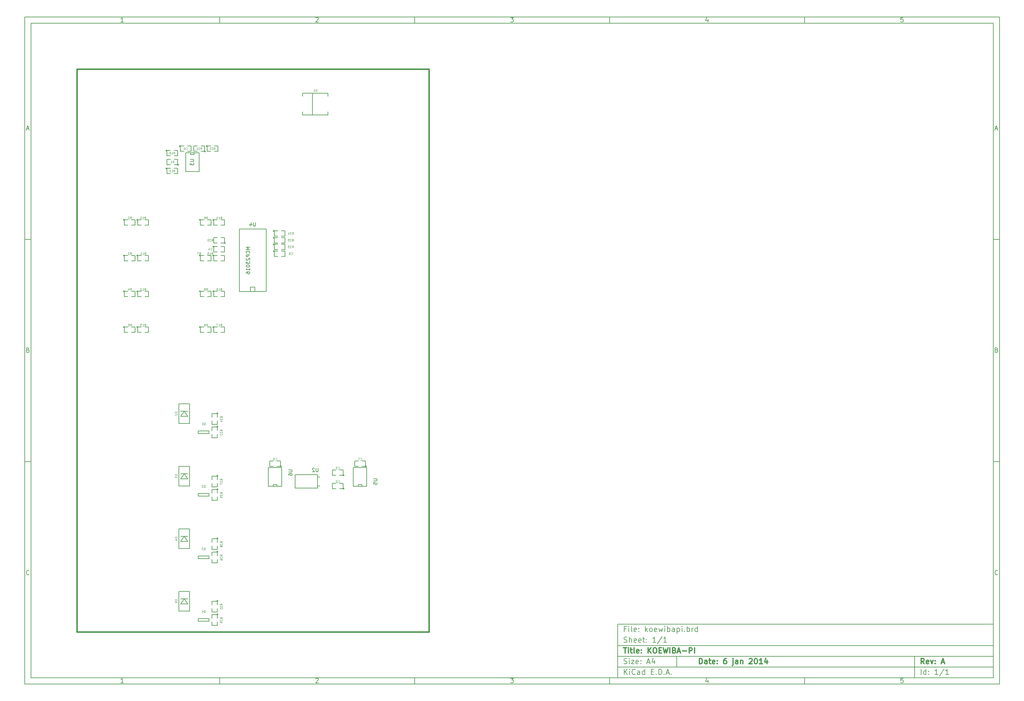
<source format=gbo>
G04 (created by PCBNEW-RS274X (2011-05-25)-stable) date Mo 06 Jan 2014 15:40:36 CET*
G01*
G70*
G90*
%MOIN*%
G04 Gerber Fmt 3.4, Leading zero omitted, Abs format*
%FSLAX34Y34*%
G04 APERTURE LIST*
%ADD10C,0.006000*%
%ADD11C,0.012000*%
%ADD12C,0.015000*%
%ADD13C,0.005000*%
%ADD14C,0.008000*%
%ADD15C,0.004000*%
G04 APERTURE END LIST*
G54D10*
X04000Y-04000D02*
X113000Y-04000D01*
X113000Y-78670D01*
X04000Y-78670D01*
X04000Y-04000D01*
X04700Y-04700D02*
X112300Y-04700D01*
X112300Y-77970D01*
X04700Y-77970D01*
X04700Y-04700D01*
X25800Y-04000D02*
X25800Y-04700D01*
X15043Y-04552D02*
X14757Y-04552D01*
X14900Y-04552D02*
X14900Y-04052D01*
X14852Y-04124D01*
X14805Y-04171D01*
X14757Y-04195D01*
X25800Y-78670D02*
X25800Y-77970D01*
X15043Y-78522D02*
X14757Y-78522D01*
X14900Y-78522D02*
X14900Y-78022D01*
X14852Y-78094D01*
X14805Y-78141D01*
X14757Y-78165D01*
X47600Y-04000D02*
X47600Y-04700D01*
X36557Y-04100D02*
X36581Y-04076D01*
X36629Y-04052D01*
X36748Y-04052D01*
X36795Y-04076D01*
X36819Y-04100D01*
X36843Y-04148D01*
X36843Y-04195D01*
X36819Y-04267D01*
X36533Y-04552D01*
X36843Y-04552D01*
X47600Y-78670D02*
X47600Y-77970D01*
X36557Y-78070D02*
X36581Y-78046D01*
X36629Y-78022D01*
X36748Y-78022D01*
X36795Y-78046D01*
X36819Y-78070D01*
X36843Y-78118D01*
X36843Y-78165D01*
X36819Y-78237D01*
X36533Y-78522D01*
X36843Y-78522D01*
X69400Y-04000D02*
X69400Y-04700D01*
X58333Y-04052D02*
X58643Y-04052D01*
X58476Y-04243D01*
X58548Y-04243D01*
X58595Y-04267D01*
X58619Y-04290D01*
X58643Y-04338D01*
X58643Y-04457D01*
X58619Y-04505D01*
X58595Y-04529D01*
X58548Y-04552D01*
X58405Y-04552D01*
X58357Y-04529D01*
X58333Y-04505D01*
X69400Y-78670D02*
X69400Y-77970D01*
X58333Y-78022D02*
X58643Y-78022D01*
X58476Y-78213D01*
X58548Y-78213D01*
X58595Y-78237D01*
X58619Y-78260D01*
X58643Y-78308D01*
X58643Y-78427D01*
X58619Y-78475D01*
X58595Y-78499D01*
X58548Y-78522D01*
X58405Y-78522D01*
X58357Y-78499D01*
X58333Y-78475D01*
X91200Y-04000D02*
X91200Y-04700D01*
X80395Y-04219D02*
X80395Y-04552D01*
X80276Y-04029D02*
X80157Y-04386D01*
X80467Y-04386D01*
X91200Y-78670D02*
X91200Y-77970D01*
X80395Y-78189D02*
X80395Y-78522D01*
X80276Y-77999D02*
X80157Y-78356D01*
X80467Y-78356D01*
X102219Y-04052D02*
X101981Y-04052D01*
X101957Y-04290D01*
X101981Y-04267D01*
X102029Y-04243D01*
X102148Y-04243D01*
X102195Y-04267D01*
X102219Y-04290D01*
X102243Y-04338D01*
X102243Y-04457D01*
X102219Y-04505D01*
X102195Y-04529D01*
X102148Y-04552D01*
X102029Y-04552D01*
X101981Y-04529D01*
X101957Y-04505D01*
X102219Y-78022D02*
X101981Y-78022D01*
X101957Y-78260D01*
X101981Y-78237D01*
X102029Y-78213D01*
X102148Y-78213D01*
X102195Y-78237D01*
X102219Y-78260D01*
X102243Y-78308D01*
X102243Y-78427D01*
X102219Y-78475D01*
X102195Y-78499D01*
X102148Y-78522D01*
X102029Y-78522D01*
X101981Y-78499D01*
X101957Y-78475D01*
X04000Y-28890D02*
X04700Y-28890D01*
X04231Y-16510D02*
X04469Y-16510D01*
X04184Y-16652D02*
X04350Y-16152D01*
X04517Y-16652D01*
X113000Y-28890D02*
X112300Y-28890D01*
X112531Y-16510D02*
X112769Y-16510D01*
X112484Y-16652D02*
X112650Y-16152D01*
X112817Y-16652D01*
X04000Y-53780D02*
X04700Y-53780D01*
X04386Y-41280D02*
X04457Y-41304D01*
X04481Y-41328D01*
X04505Y-41376D01*
X04505Y-41447D01*
X04481Y-41495D01*
X04457Y-41519D01*
X04410Y-41542D01*
X04219Y-41542D01*
X04219Y-41042D01*
X04386Y-41042D01*
X04433Y-41066D01*
X04457Y-41090D01*
X04481Y-41138D01*
X04481Y-41185D01*
X04457Y-41233D01*
X04433Y-41257D01*
X04386Y-41280D01*
X04219Y-41280D01*
X113000Y-53780D02*
X112300Y-53780D01*
X112686Y-41280D02*
X112757Y-41304D01*
X112781Y-41328D01*
X112805Y-41376D01*
X112805Y-41447D01*
X112781Y-41495D01*
X112757Y-41519D01*
X112710Y-41542D01*
X112519Y-41542D01*
X112519Y-41042D01*
X112686Y-41042D01*
X112733Y-41066D01*
X112757Y-41090D01*
X112781Y-41138D01*
X112781Y-41185D01*
X112757Y-41233D01*
X112733Y-41257D01*
X112686Y-41280D01*
X112519Y-41280D01*
X04505Y-66385D02*
X04481Y-66409D01*
X04410Y-66432D01*
X04362Y-66432D01*
X04290Y-66409D01*
X04243Y-66361D01*
X04219Y-66313D01*
X04195Y-66218D01*
X04195Y-66147D01*
X04219Y-66051D01*
X04243Y-66004D01*
X04290Y-65956D01*
X04362Y-65932D01*
X04410Y-65932D01*
X04481Y-65956D01*
X04505Y-65980D01*
X112805Y-66385D02*
X112781Y-66409D01*
X112710Y-66432D01*
X112662Y-66432D01*
X112590Y-66409D01*
X112543Y-66361D01*
X112519Y-66313D01*
X112495Y-66218D01*
X112495Y-66147D01*
X112519Y-66051D01*
X112543Y-66004D01*
X112590Y-65956D01*
X112662Y-65932D01*
X112710Y-65932D01*
X112781Y-65956D01*
X112805Y-65980D01*
G54D11*
X79443Y-76413D02*
X79443Y-75813D01*
X79586Y-75813D01*
X79671Y-75841D01*
X79729Y-75899D01*
X79757Y-75956D01*
X79786Y-76070D01*
X79786Y-76156D01*
X79757Y-76270D01*
X79729Y-76327D01*
X79671Y-76384D01*
X79586Y-76413D01*
X79443Y-76413D01*
X80300Y-76413D02*
X80300Y-76099D01*
X80271Y-76041D01*
X80214Y-76013D01*
X80100Y-76013D01*
X80043Y-76041D01*
X80300Y-76384D02*
X80243Y-76413D01*
X80100Y-76413D01*
X80043Y-76384D01*
X80014Y-76327D01*
X80014Y-76270D01*
X80043Y-76213D01*
X80100Y-76184D01*
X80243Y-76184D01*
X80300Y-76156D01*
X80500Y-76013D02*
X80729Y-76013D01*
X80586Y-75813D02*
X80586Y-76327D01*
X80614Y-76384D01*
X80672Y-76413D01*
X80729Y-76413D01*
X81157Y-76384D02*
X81100Y-76413D01*
X80986Y-76413D01*
X80929Y-76384D01*
X80900Y-76327D01*
X80900Y-76099D01*
X80929Y-76041D01*
X80986Y-76013D01*
X81100Y-76013D01*
X81157Y-76041D01*
X81186Y-76099D01*
X81186Y-76156D01*
X80900Y-76213D01*
X81443Y-76356D02*
X81471Y-76384D01*
X81443Y-76413D01*
X81414Y-76384D01*
X81443Y-76356D01*
X81443Y-76413D01*
X81443Y-76041D02*
X81471Y-76070D01*
X81443Y-76099D01*
X81414Y-76070D01*
X81443Y-76041D01*
X81443Y-76099D01*
X82443Y-75813D02*
X82329Y-75813D01*
X82272Y-75841D01*
X82243Y-75870D01*
X82186Y-75956D01*
X82157Y-76070D01*
X82157Y-76299D01*
X82186Y-76356D01*
X82214Y-76384D01*
X82272Y-76413D01*
X82386Y-76413D01*
X82443Y-76384D01*
X82472Y-76356D01*
X82500Y-76299D01*
X82500Y-76156D01*
X82472Y-76099D01*
X82443Y-76070D01*
X82386Y-76041D01*
X82272Y-76041D01*
X82214Y-76070D01*
X82186Y-76099D01*
X82157Y-76156D01*
X83214Y-76013D02*
X83214Y-76527D01*
X83185Y-76584D01*
X83128Y-76613D01*
X83100Y-76613D01*
X83214Y-75813D02*
X83185Y-75841D01*
X83214Y-75870D01*
X83242Y-75841D01*
X83214Y-75813D01*
X83214Y-75870D01*
X83757Y-76413D02*
X83757Y-76099D01*
X83728Y-76041D01*
X83671Y-76013D01*
X83557Y-76013D01*
X83500Y-76041D01*
X83757Y-76384D02*
X83700Y-76413D01*
X83557Y-76413D01*
X83500Y-76384D01*
X83471Y-76327D01*
X83471Y-76270D01*
X83500Y-76213D01*
X83557Y-76184D01*
X83700Y-76184D01*
X83757Y-76156D01*
X84043Y-76013D02*
X84043Y-76413D01*
X84043Y-76070D02*
X84071Y-76041D01*
X84129Y-76013D01*
X84214Y-76013D01*
X84271Y-76041D01*
X84300Y-76099D01*
X84300Y-76413D01*
X85014Y-75870D02*
X85043Y-75841D01*
X85100Y-75813D01*
X85243Y-75813D01*
X85300Y-75841D01*
X85329Y-75870D01*
X85357Y-75927D01*
X85357Y-75984D01*
X85329Y-76070D01*
X84986Y-76413D01*
X85357Y-76413D01*
X85728Y-75813D02*
X85785Y-75813D01*
X85842Y-75841D01*
X85871Y-75870D01*
X85900Y-75927D01*
X85928Y-76041D01*
X85928Y-76184D01*
X85900Y-76299D01*
X85871Y-76356D01*
X85842Y-76384D01*
X85785Y-76413D01*
X85728Y-76413D01*
X85671Y-76384D01*
X85642Y-76356D01*
X85614Y-76299D01*
X85585Y-76184D01*
X85585Y-76041D01*
X85614Y-75927D01*
X85642Y-75870D01*
X85671Y-75841D01*
X85728Y-75813D01*
X86499Y-76413D02*
X86156Y-76413D01*
X86328Y-76413D02*
X86328Y-75813D01*
X86271Y-75899D01*
X86213Y-75956D01*
X86156Y-75984D01*
X87013Y-76013D02*
X87013Y-76413D01*
X86870Y-75784D02*
X86727Y-76213D01*
X87099Y-76213D01*
G54D10*
X71043Y-77613D02*
X71043Y-77013D01*
X71386Y-77613D02*
X71129Y-77270D01*
X71386Y-77013D02*
X71043Y-77356D01*
X71643Y-77613D02*
X71643Y-77213D01*
X71643Y-77013D02*
X71614Y-77041D01*
X71643Y-77070D01*
X71671Y-77041D01*
X71643Y-77013D01*
X71643Y-77070D01*
X72272Y-77556D02*
X72243Y-77584D01*
X72157Y-77613D01*
X72100Y-77613D01*
X72015Y-77584D01*
X71957Y-77527D01*
X71929Y-77470D01*
X71900Y-77356D01*
X71900Y-77270D01*
X71929Y-77156D01*
X71957Y-77099D01*
X72015Y-77041D01*
X72100Y-77013D01*
X72157Y-77013D01*
X72243Y-77041D01*
X72272Y-77070D01*
X72786Y-77613D02*
X72786Y-77299D01*
X72757Y-77241D01*
X72700Y-77213D01*
X72586Y-77213D01*
X72529Y-77241D01*
X72786Y-77584D02*
X72729Y-77613D01*
X72586Y-77613D01*
X72529Y-77584D01*
X72500Y-77527D01*
X72500Y-77470D01*
X72529Y-77413D01*
X72586Y-77384D01*
X72729Y-77384D01*
X72786Y-77356D01*
X73329Y-77613D02*
X73329Y-77013D01*
X73329Y-77584D02*
X73272Y-77613D01*
X73158Y-77613D01*
X73100Y-77584D01*
X73072Y-77556D01*
X73043Y-77499D01*
X73043Y-77327D01*
X73072Y-77270D01*
X73100Y-77241D01*
X73158Y-77213D01*
X73272Y-77213D01*
X73329Y-77241D01*
X74072Y-77299D02*
X74272Y-77299D01*
X74358Y-77613D02*
X74072Y-77613D01*
X74072Y-77013D01*
X74358Y-77013D01*
X74615Y-77556D02*
X74643Y-77584D01*
X74615Y-77613D01*
X74586Y-77584D01*
X74615Y-77556D01*
X74615Y-77613D01*
X74901Y-77613D02*
X74901Y-77013D01*
X75044Y-77013D01*
X75129Y-77041D01*
X75187Y-77099D01*
X75215Y-77156D01*
X75244Y-77270D01*
X75244Y-77356D01*
X75215Y-77470D01*
X75187Y-77527D01*
X75129Y-77584D01*
X75044Y-77613D01*
X74901Y-77613D01*
X75501Y-77556D02*
X75529Y-77584D01*
X75501Y-77613D01*
X75472Y-77584D01*
X75501Y-77556D01*
X75501Y-77613D01*
X75758Y-77441D02*
X76044Y-77441D01*
X75701Y-77613D02*
X75901Y-77013D01*
X76101Y-77613D01*
X76301Y-77556D02*
X76329Y-77584D01*
X76301Y-77613D01*
X76272Y-77584D01*
X76301Y-77556D01*
X76301Y-77613D01*
G54D11*
X104586Y-76413D02*
X104386Y-76127D01*
X104243Y-76413D02*
X104243Y-75813D01*
X104471Y-75813D01*
X104529Y-75841D01*
X104557Y-75870D01*
X104586Y-75927D01*
X104586Y-76013D01*
X104557Y-76070D01*
X104529Y-76099D01*
X104471Y-76127D01*
X104243Y-76127D01*
X105071Y-76384D02*
X105014Y-76413D01*
X104900Y-76413D01*
X104843Y-76384D01*
X104814Y-76327D01*
X104814Y-76099D01*
X104843Y-76041D01*
X104900Y-76013D01*
X105014Y-76013D01*
X105071Y-76041D01*
X105100Y-76099D01*
X105100Y-76156D01*
X104814Y-76213D01*
X105300Y-76013D02*
X105443Y-76413D01*
X105585Y-76013D01*
X105814Y-76356D02*
X105842Y-76384D01*
X105814Y-76413D01*
X105785Y-76384D01*
X105814Y-76356D01*
X105814Y-76413D01*
X105814Y-76041D02*
X105842Y-76070D01*
X105814Y-76099D01*
X105785Y-76070D01*
X105814Y-76041D01*
X105814Y-76099D01*
X106528Y-76241D02*
X106814Y-76241D01*
X106471Y-76413D02*
X106671Y-75813D01*
X106871Y-76413D01*
G54D10*
X71014Y-76384D02*
X71100Y-76413D01*
X71243Y-76413D01*
X71300Y-76384D01*
X71329Y-76356D01*
X71357Y-76299D01*
X71357Y-76241D01*
X71329Y-76184D01*
X71300Y-76156D01*
X71243Y-76127D01*
X71129Y-76099D01*
X71071Y-76070D01*
X71043Y-76041D01*
X71014Y-75984D01*
X71014Y-75927D01*
X71043Y-75870D01*
X71071Y-75841D01*
X71129Y-75813D01*
X71271Y-75813D01*
X71357Y-75841D01*
X71614Y-76413D02*
X71614Y-76013D01*
X71614Y-75813D02*
X71585Y-75841D01*
X71614Y-75870D01*
X71642Y-75841D01*
X71614Y-75813D01*
X71614Y-75870D01*
X71843Y-76013D02*
X72157Y-76013D01*
X71843Y-76413D01*
X72157Y-76413D01*
X72614Y-76384D02*
X72557Y-76413D01*
X72443Y-76413D01*
X72386Y-76384D01*
X72357Y-76327D01*
X72357Y-76099D01*
X72386Y-76041D01*
X72443Y-76013D01*
X72557Y-76013D01*
X72614Y-76041D01*
X72643Y-76099D01*
X72643Y-76156D01*
X72357Y-76213D01*
X72900Y-76356D02*
X72928Y-76384D01*
X72900Y-76413D01*
X72871Y-76384D01*
X72900Y-76356D01*
X72900Y-76413D01*
X72900Y-76041D02*
X72928Y-76070D01*
X72900Y-76099D01*
X72871Y-76070D01*
X72900Y-76041D01*
X72900Y-76099D01*
X73614Y-76241D02*
X73900Y-76241D01*
X73557Y-76413D02*
X73757Y-75813D01*
X73957Y-76413D01*
X74414Y-76013D02*
X74414Y-76413D01*
X74271Y-75784D02*
X74128Y-76213D01*
X74500Y-76213D01*
X104243Y-77613D02*
X104243Y-77013D01*
X104786Y-77613D02*
X104786Y-77013D01*
X104786Y-77584D02*
X104729Y-77613D01*
X104615Y-77613D01*
X104557Y-77584D01*
X104529Y-77556D01*
X104500Y-77499D01*
X104500Y-77327D01*
X104529Y-77270D01*
X104557Y-77241D01*
X104615Y-77213D01*
X104729Y-77213D01*
X104786Y-77241D01*
X105072Y-77556D02*
X105100Y-77584D01*
X105072Y-77613D01*
X105043Y-77584D01*
X105072Y-77556D01*
X105072Y-77613D01*
X105072Y-77241D02*
X105100Y-77270D01*
X105072Y-77299D01*
X105043Y-77270D01*
X105072Y-77241D01*
X105072Y-77299D01*
X106129Y-77613D02*
X105786Y-77613D01*
X105958Y-77613D02*
X105958Y-77013D01*
X105901Y-77099D01*
X105843Y-77156D01*
X105786Y-77184D01*
X106814Y-76984D02*
X106300Y-77756D01*
X107329Y-77613D02*
X106986Y-77613D01*
X107158Y-77613D02*
X107158Y-77013D01*
X107101Y-77099D01*
X107043Y-77156D01*
X106986Y-77184D01*
G54D11*
X70957Y-74613D02*
X71300Y-74613D01*
X71129Y-75213D02*
X71129Y-74613D01*
X71500Y-75213D02*
X71500Y-74813D01*
X71500Y-74613D02*
X71471Y-74641D01*
X71500Y-74670D01*
X71528Y-74641D01*
X71500Y-74613D01*
X71500Y-74670D01*
X71700Y-74813D02*
X71929Y-74813D01*
X71786Y-74613D02*
X71786Y-75127D01*
X71814Y-75184D01*
X71872Y-75213D01*
X71929Y-75213D01*
X72215Y-75213D02*
X72157Y-75184D01*
X72129Y-75127D01*
X72129Y-74613D01*
X72671Y-75184D02*
X72614Y-75213D01*
X72500Y-75213D01*
X72443Y-75184D01*
X72414Y-75127D01*
X72414Y-74899D01*
X72443Y-74841D01*
X72500Y-74813D01*
X72614Y-74813D01*
X72671Y-74841D01*
X72700Y-74899D01*
X72700Y-74956D01*
X72414Y-75013D01*
X72957Y-75156D02*
X72985Y-75184D01*
X72957Y-75213D01*
X72928Y-75184D01*
X72957Y-75156D01*
X72957Y-75213D01*
X72957Y-74841D02*
X72985Y-74870D01*
X72957Y-74899D01*
X72928Y-74870D01*
X72957Y-74841D01*
X72957Y-74899D01*
X73700Y-75213D02*
X73700Y-74613D01*
X74043Y-75213D02*
X73786Y-74870D01*
X74043Y-74613D02*
X73700Y-74956D01*
X74414Y-74613D02*
X74528Y-74613D01*
X74586Y-74641D01*
X74643Y-74699D01*
X74671Y-74813D01*
X74671Y-75013D01*
X74643Y-75127D01*
X74586Y-75184D01*
X74528Y-75213D01*
X74414Y-75213D01*
X74357Y-75184D01*
X74300Y-75127D01*
X74271Y-75013D01*
X74271Y-74813D01*
X74300Y-74699D01*
X74357Y-74641D01*
X74414Y-74613D01*
X74929Y-74899D02*
X75129Y-74899D01*
X75215Y-75213D02*
X74929Y-75213D01*
X74929Y-74613D01*
X75215Y-74613D01*
X75415Y-74613D02*
X75558Y-75213D01*
X75672Y-74784D01*
X75786Y-75213D01*
X75929Y-74613D01*
X76158Y-75213D02*
X76158Y-74613D01*
X76644Y-74899D02*
X76730Y-74927D01*
X76758Y-74956D01*
X76787Y-75013D01*
X76787Y-75099D01*
X76758Y-75156D01*
X76730Y-75184D01*
X76672Y-75213D01*
X76444Y-75213D01*
X76444Y-74613D01*
X76644Y-74613D01*
X76701Y-74641D01*
X76730Y-74670D01*
X76758Y-74727D01*
X76758Y-74784D01*
X76730Y-74841D01*
X76701Y-74870D01*
X76644Y-74899D01*
X76444Y-74899D01*
X77015Y-75041D02*
X77301Y-75041D01*
X76958Y-75213D02*
X77158Y-74613D01*
X77358Y-75213D01*
X77558Y-74984D02*
X78015Y-74984D01*
X78301Y-75213D02*
X78301Y-74613D01*
X78529Y-74613D01*
X78587Y-74641D01*
X78615Y-74670D01*
X78644Y-74727D01*
X78644Y-74813D01*
X78615Y-74870D01*
X78587Y-74899D01*
X78529Y-74927D01*
X78301Y-74927D01*
X78901Y-75213D02*
X78901Y-74613D01*
G54D10*
X71243Y-72499D02*
X71043Y-72499D01*
X71043Y-72813D02*
X71043Y-72213D01*
X71329Y-72213D01*
X71557Y-72813D02*
X71557Y-72413D01*
X71557Y-72213D02*
X71528Y-72241D01*
X71557Y-72270D01*
X71585Y-72241D01*
X71557Y-72213D01*
X71557Y-72270D01*
X71929Y-72813D02*
X71871Y-72784D01*
X71843Y-72727D01*
X71843Y-72213D01*
X72385Y-72784D02*
X72328Y-72813D01*
X72214Y-72813D01*
X72157Y-72784D01*
X72128Y-72727D01*
X72128Y-72499D01*
X72157Y-72441D01*
X72214Y-72413D01*
X72328Y-72413D01*
X72385Y-72441D01*
X72414Y-72499D01*
X72414Y-72556D01*
X72128Y-72613D01*
X72671Y-72756D02*
X72699Y-72784D01*
X72671Y-72813D01*
X72642Y-72784D01*
X72671Y-72756D01*
X72671Y-72813D01*
X72671Y-72441D02*
X72699Y-72470D01*
X72671Y-72499D01*
X72642Y-72470D01*
X72671Y-72441D01*
X72671Y-72499D01*
X73414Y-72813D02*
X73414Y-72213D01*
X73471Y-72584D02*
X73642Y-72813D01*
X73642Y-72413D02*
X73414Y-72641D01*
X73986Y-72813D02*
X73928Y-72784D01*
X73900Y-72756D01*
X73871Y-72699D01*
X73871Y-72527D01*
X73900Y-72470D01*
X73928Y-72441D01*
X73986Y-72413D01*
X74071Y-72413D01*
X74128Y-72441D01*
X74157Y-72470D01*
X74186Y-72527D01*
X74186Y-72699D01*
X74157Y-72756D01*
X74128Y-72784D01*
X74071Y-72813D01*
X73986Y-72813D01*
X74671Y-72784D02*
X74614Y-72813D01*
X74500Y-72813D01*
X74443Y-72784D01*
X74414Y-72727D01*
X74414Y-72499D01*
X74443Y-72441D01*
X74500Y-72413D01*
X74614Y-72413D01*
X74671Y-72441D01*
X74700Y-72499D01*
X74700Y-72556D01*
X74414Y-72613D01*
X74900Y-72413D02*
X75014Y-72813D01*
X75128Y-72527D01*
X75243Y-72813D01*
X75357Y-72413D01*
X75586Y-72813D02*
X75586Y-72413D01*
X75586Y-72213D02*
X75557Y-72241D01*
X75586Y-72270D01*
X75614Y-72241D01*
X75586Y-72213D01*
X75586Y-72270D01*
X75872Y-72813D02*
X75872Y-72213D01*
X75872Y-72441D02*
X75929Y-72413D01*
X76043Y-72413D01*
X76100Y-72441D01*
X76129Y-72470D01*
X76158Y-72527D01*
X76158Y-72699D01*
X76129Y-72756D01*
X76100Y-72784D01*
X76043Y-72813D01*
X75929Y-72813D01*
X75872Y-72784D01*
X76672Y-72813D02*
X76672Y-72499D01*
X76643Y-72441D01*
X76586Y-72413D01*
X76472Y-72413D01*
X76415Y-72441D01*
X76672Y-72784D02*
X76615Y-72813D01*
X76472Y-72813D01*
X76415Y-72784D01*
X76386Y-72727D01*
X76386Y-72670D01*
X76415Y-72613D01*
X76472Y-72584D01*
X76615Y-72584D01*
X76672Y-72556D01*
X76958Y-72413D02*
X76958Y-73013D01*
X76958Y-72441D02*
X77015Y-72413D01*
X77129Y-72413D01*
X77186Y-72441D01*
X77215Y-72470D01*
X77244Y-72527D01*
X77244Y-72699D01*
X77215Y-72756D01*
X77186Y-72784D01*
X77129Y-72813D01*
X77015Y-72813D01*
X76958Y-72784D01*
X77501Y-72813D02*
X77501Y-72413D01*
X77501Y-72213D02*
X77472Y-72241D01*
X77501Y-72270D01*
X77529Y-72241D01*
X77501Y-72213D01*
X77501Y-72270D01*
X77787Y-72756D02*
X77815Y-72784D01*
X77787Y-72813D01*
X77758Y-72784D01*
X77787Y-72756D01*
X77787Y-72813D01*
X78073Y-72813D02*
X78073Y-72213D01*
X78073Y-72441D02*
X78130Y-72413D01*
X78244Y-72413D01*
X78301Y-72441D01*
X78330Y-72470D01*
X78359Y-72527D01*
X78359Y-72699D01*
X78330Y-72756D01*
X78301Y-72784D01*
X78244Y-72813D01*
X78130Y-72813D01*
X78073Y-72784D01*
X78616Y-72813D02*
X78616Y-72413D01*
X78616Y-72527D02*
X78644Y-72470D01*
X78673Y-72441D01*
X78730Y-72413D01*
X78787Y-72413D01*
X79244Y-72813D02*
X79244Y-72213D01*
X79244Y-72784D02*
X79187Y-72813D01*
X79073Y-72813D01*
X79015Y-72784D01*
X78987Y-72756D01*
X78958Y-72699D01*
X78958Y-72527D01*
X78987Y-72470D01*
X79015Y-72441D01*
X79073Y-72413D01*
X79187Y-72413D01*
X79244Y-72441D01*
X71014Y-73984D02*
X71100Y-74013D01*
X71243Y-74013D01*
X71300Y-73984D01*
X71329Y-73956D01*
X71357Y-73899D01*
X71357Y-73841D01*
X71329Y-73784D01*
X71300Y-73756D01*
X71243Y-73727D01*
X71129Y-73699D01*
X71071Y-73670D01*
X71043Y-73641D01*
X71014Y-73584D01*
X71014Y-73527D01*
X71043Y-73470D01*
X71071Y-73441D01*
X71129Y-73413D01*
X71271Y-73413D01*
X71357Y-73441D01*
X71614Y-74013D02*
X71614Y-73413D01*
X71871Y-74013D02*
X71871Y-73699D01*
X71842Y-73641D01*
X71785Y-73613D01*
X71700Y-73613D01*
X71642Y-73641D01*
X71614Y-73670D01*
X72385Y-73984D02*
X72328Y-74013D01*
X72214Y-74013D01*
X72157Y-73984D01*
X72128Y-73927D01*
X72128Y-73699D01*
X72157Y-73641D01*
X72214Y-73613D01*
X72328Y-73613D01*
X72385Y-73641D01*
X72414Y-73699D01*
X72414Y-73756D01*
X72128Y-73813D01*
X72899Y-73984D02*
X72842Y-74013D01*
X72728Y-74013D01*
X72671Y-73984D01*
X72642Y-73927D01*
X72642Y-73699D01*
X72671Y-73641D01*
X72728Y-73613D01*
X72842Y-73613D01*
X72899Y-73641D01*
X72928Y-73699D01*
X72928Y-73756D01*
X72642Y-73813D01*
X73099Y-73613D02*
X73328Y-73613D01*
X73185Y-73413D02*
X73185Y-73927D01*
X73213Y-73984D01*
X73271Y-74013D01*
X73328Y-74013D01*
X73528Y-73956D02*
X73556Y-73984D01*
X73528Y-74013D01*
X73499Y-73984D01*
X73528Y-73956D01*
X73528Y-74013D01*
X73528Y-73641D02*
X73556Y-73670D01*
X73528Y-73699D01*
X73499Y-73670D01*
X73528Y-73641D01*
X73528Y-73699D01*
X74585Y-74013D02*
X74242Y-74013D01*
X74414Y-74013D02*
X74414Y-73413D01*
X74357Y-73499D01*
X74299Y-73556D01*
X74242Y-73584D01*
X75270Y-73384D02*
X74756Y-74156D01*
X75785Y-74013D02*
X75442Y-74013D01*
X75614Y-74013D02*
X75614Y-73413D01*
X75557Y-73499D01*
X75499Y-73556D01*
X75442Y-73584D01*
X70300Y-71970D02*
X70300Y-77970D01*
X70300Y-71970D02*
X112300Y-71970D01*
X70300Y-71970D02*
X112300Y-71970D01*
X70300Y-74370D02*
X112300Y-74370D01*
X103500Y-75570D02*
X103500Y-77970D01*
X70300Y-76770D02*
X112300Y-76770D01*
X70300Y-75570D02*
X112300Y-75570D01*
X76900Y-75570D02*
X76900Y-76770D01*
G54D12*
X09843Y-72834D02*
X09843Y-09842D01*
X49213Y-72835D02*
X09843Y-72835D01*
X49213Y-09843D02*
X49213Y-72835D01*
X09843Y-09843D02*
X49213Y-09843D01*
G54D13*
X24600Y-57350D02*
X23400Y-57350D01*
X23400Y-57350D02*
X23400Y-57650D01*
X23400Y-57650D02*
X24600Y-57650D01*
X24600Y-57650D02*
X24600Y-57350D01*
X24600Y-50350D02*
X23400Y-50350D01*
X23400Y-50350D02*
X23400Y-50650D01*
X23400Y-50650D02*
X24600Y-50650D01*
X24600Y-50650D02*
X24600Y-50350D01*
X24600Y-71350D02*
X23400Y-71350D01*
X23400Y-71350D02*
X23400Y-71650D01*
X23400Y-71650D02*
X24600Y-71650D01*
X24600Y-71650D02*
X24600Y-71350D01*
X24600Y-64350D02*
X23400Y-64350D01*
X23400Y-64350D02*
X23400Y-64650D01*
X23400Y-64650D02*
X24600Y-64650D01*
X24600Y-64650D02*
X24600Y-64350D01*
G54D14*
X31300Y-56550D02*
X31250Y-56550D01*
X31250Y-56550D02*
X31250Y-54450D01*
X32750Y-54450D02*
X32750Y-56550D01*
X32750Y-56550D02*
X31300Y-56550D01*
X32200Y-56550D02*
X32200Y-56350D01*
X32200Y-56350D02*
X31800Y-56350D01*
X31800Y-56350D02*
X31800Y-56550D01*
X32750Y-54450D02*
X31250Y-54450D01*
X40800Y-56550D02*
X40750Y-56550D01*
X40750Y-56550D02*
X40750Y-54450D01*
X42250Y-54450D02*
X42250Y-56550D01*
X42250Y-56550D02*
X40800Y-56550D01*
X41700Y-56550D02*
X41700Y-56350D01*
X41700Y-56350D02*
X41300Y-56350D01*
X41300Y-56350D02*
X41300Y-56550D01*
X42250Y-54450D02*
X40750Y-54450D01*
X23450Y-19200D02*
X23500Y-19200D01*
X23500Y-19200D02*
X23500Y-21300D01*
X22000Y-21300D02*
X22000Y-19200D01*
X22000Y-19200D02*
X23450Y-19200D01*
X22550Y-19200D02*
X22550Y-19400D01*
X22550Y-19400D02*
X22950Y-19400D01*
X22950Y-19400D02*
X22950Y-19200D01*
X22000Y-21300D02*
X23500Y-21300D01*
X30500Y-27750D02*
X28000Y-27750D01*
X28000Y-27750D02*
X28000Y-34750D01*
X28000Y-34750D02*
X31000Y-34750D01*
X31000Y-34750D02*
X31000Y-27750D01*
X31000Y-27750D02*
X30500Y-27750D01*
X29750Y-34750D02*
X29750Y-34250D01*
X29750Y-34250D02*
X29250Y-34250D01*
X29250Y-34250D02*
X29250Y-34750D01*
G54D13*
X36185Y-12530D02*
X36185Y-14970D01*
X35083Y-12530D02*
X35083Y-12884D01*
X35083Y-14970D02*
X35083Y-14616D01*
X37917Y-14970D02*
X37917Y-14616D01*
X37917Y-12530D02*
X37917Y-12884D01*
X35083Y-12530D02*
X37917Y-12530D01*
X37917Y-14970D02*
X35083Y-14970D01*
X16650Y-26700D02*
X16649Y-26709D01*
X16646Y-26719D01*
X16641Y-26727D01*
X16635Y-26735D01*
X16627Y-26741D01*
X16619Y-26746D01*
X16610Y-26748D01*
X16600Y-26749D01*
X16591Y-26749D01*
X16582Y-26746D01*
X16573Y-26741D01*
X16566Y-26735D01*
X16559Y-26728D01*
X16555Y-26719D01*
X16552Y-26710D01*
X16551Y-26700D01*
X16551Y-26691D01*
X16554Y-26682D01*
X16558Y-26673D01*
X16565Y-26666D01*
X16572Y-26659D01*
X16580Y-26655D01*
X16590Y-26652D01*
X16599Y-26651D01*
X16608Y-26651D01*
X16618Y-26654D01*
X16626Y-26658D01*
X16634Y-26664D01*
X16640Y-26672D01*
X16645Y-26680D01*
X16648Y-26689D01*
X16649Y-26699D01*
X16650Y-26700D01*
X17050Y-26700D02*
X16650Y-26700D01*
X16650Y-26700D02*
X16650Y-27300D01*
X16650Y-27300D02*
X17050Y-27300D01*
X17450Y-27300D02*
X17850Y-27300D01*
X17850Y-27300D02*
X17850Y-26700D01*
X17850Y-26700D02*
X17450Y-26700D01*
X19900Y-20950D02*
X19899Y-20959D01*
X19896Y-20969D01*
X19891Y-20977D01*
X19885Y-20985D01*
X19877Y-20991D01*
X19869Y-20996D01*
X19860Y-20998D01*
X19850Y-20999D01*
X19841Y-20999D01*
X19832Y-20996D01*
X19823Y-20991D01*
X19816Y-20985D01*
X19809Y-20978D01*
X19805Y-20969D01*
X19802Y-20960D01*
X19801Y-20950D01*
X19801Y-20941D01*
X19804Y-20932D01*
X19808Y-20923D01*
X19815Y-20916D01*
X19822Y-20909D01*
X19830Y-20905D01*
X19840Y-20902D01*
X19849Y-20901D01*
X19858Y-20901D01*
X19868Y-20904D01*
X19876Y-20908D01*
X19884Y-20914D01*
X19890Y-20922D01*
X19895Y-20930D01*
X19898Y-20939D01*
X19899Y-20949D01*
X19900Y-20950D01*
X20300Y-20950D02*
X19900Y-20950D01*
X19900Y-20950D02*
X19900Y-21550D01*
X19900Y-21550D02*
X20300Y-21550D01*
X20700Y-21550D02*
X21100Y-21550D01*
X21100Y-21550D02*
X21100Y-20950D01*
X21100Y-20950D02*
X20700Y-20950D01*
X19900Y-18950D02*
X19899Y-18959D01*
X19896Y-18969D01*
X19891Y-18977D01*
X19885Y-18985D01*
X19877Y-18991D01*
X19869Y-18996D01*
X19860Y-18998D01*
X19850Y-18999D01*
X19841Y-18999D01*
X19832Y-18996D01*
X19823Y-18991D01*
X19816Y-18985D01*
X19809Y-18978D01*
X19805Y-18969D01*
X19802Y-18960D01*
X19801Y-18950D01*
X19801Y-18941D01*
X19804Y-18932D01*
X19808Y-18923D01*
X19815Y-18916D01*
X19822Y-18909D01*
X19830Y-18905D01*
X19840Y-18902D01*
X19849Y-18901D01*
X19858Y-18901D01*
X19868Y-18904D01*
X19876Y-18908D01*
X19884Y-18914D01*
X19890Y-18922D01*
X19895Y-18930D01*
X19898Y-18939D01*
X19899Y-18949D01*
X19900Y-18950D01*
X20300Y-18950D02*
X19900Y-18950D01*
X19900Y-18950D02*
X19900Y-19550D01*
X19900Y-19550D02*
X20300Y-19550D01*
X20700Y-19550D02*
X21100Y-19550D01*
X21100Y-19550D02*
X21100Y-18950D01*
X21100Y-18950D02*
X20700Y-18950D01*
X25150Y-38700D02*
X25149Y-38709D01*
X25146Y-38719D01*
X25141Y-38727D01*
X25135Y-38735D01*
X25127Y-38741D01*
X25119Y-38746D01*
X25110Y-38748D01*
X25100Y-38749D01*
X25091Y-38749D01*
X25082Y-38746D01*
X25073Y-38741D01*
X25066Y-38735D01*
X25059Y-38728D01*
X25055Y-38719D01*
X25052Y-38710D01*
X25051Y-38700D01*
X25051Y-38691D01*
X25054Y-38682D01*
X25058Y-38673D01*
X25065Y-38666D01*
X25072Y-38659D01*
X25080Y-38655D01*
X25090Y-38652D01*
X25099Y-38651D01*
X25108Y-38651D01*
X25118Y-38654D01*
X25126Y-38658D01*
X25134Y-38664D01*
X25140Y-38672D01*
X25145Y-38680D01*
X25148Y-38689D01*
X25149Y-38699D01*
X25150Y-38700D01*
X25550Y-38700D02*
X25150Y-38700D01*
X25150Y-38700D02*
X25150Y-39300D01*
X25150Y-39300D02*
X25550Y-39300D01*
X25950Y-39300D02*
X26350Y-39300D01*
X26350Y-39300D02*
X26350Y-38700D01*
X26350Y-38700D02*
X25950Y-38700D01*
X25150Y-34700D02*
X25149Y-34709D01*
X25146Y-34719D01*
X25141Y-34727D01*
X25135Y-34735D01*
X25127Y-34741D01*
X25119Y-34746D01*
X25110Y-34748D01*
X25100Y-34749D01*
X25091Y-34749D01*
X25082Y-34746D01*
X25073Y-34741D01*
X25066Y-34735D01*
X25059Y-34728D01*
X25055Y-34719D01*
X25052Y-34710D01*
X25051Y-34700D01*
X25051Y-34691D01*
X25054Y-34682D01*
X25058Y-34673D01*
X25065Y-34666D01*
X25072Y-34659D01*
X25080Y-34655D01*
X25090Y-34652D01*
X25099Y-34651D01*
X25108Y-34651D01*
X25118Y-34654D01*
X25126Y-34658D01*
X25134Y-34664D01*
X25140Y-34672D01*
X25145Y-34680D01*
X25148Y-34689D01*
X25149Y-34699D01*
X25150Y-34700D01*
X25550Y-34700D02*
X25150Y-34700D01*
X25150Y-34700D02*
X25150Y-35300D01*
X25150Y-35300D02*
X25550Y-35300D01*
X25950Y-35300D02*
X26350Y-35300D01*
X26350Y-35300D02*
X26350Y-34700D01*
X26350Y-34700D02*
X25950Y-34700D01*
X25150Y-30700D02*
X25149Y-30709D01*
X25146Y-30719D01*
X25141Y-30727D01*
X25135Y-30735D01*
X25127Y-30741D01*
X25119Y-30746D01*
X25110Y-30748D01*
X25100Y-30749D01*
X25091Y-30749D01*
X25082Y-30746D01*
X25073Y-30741D01*
X25066Y-30735D01*
X25059Y-30728D01*
X25055Y-30719D01*
X25052Y-30710D01*
X25051Y-30700D01*
X25051Y-30691D01*
X25054Y-30682D01*
X25058Y-30673D01*
X25065Y-30666D01*
X25072Y-30659D01*
X25080Y-30655D01*
X25090Y-30652D01*
X25099Y-30651D01*
X25108Y-30651D01*
X25118Y-30654D01*
X25126Y-30658D01*
X25134Y-30664D01*
X25140Y-30672D01*
X25145Y-30680D01*
X25148Y-30689D01*
X25149Y-30699D01*
X25150Y-30700D01*
X25550Y-30700D02*
X25150Y-30700D01*
X25150Y-30700D02*
X25150Y-31300D01*
X25150Y-31300D02*
X25550Y-31300D01*
X25950Y-31300D02*
X26350Y-31300D01*
X26350Y-31300D02*
X26350Y-30700D01*
X26350Y-30700D02*
X25950Y-30700D01*
X25150Y-26700D02*
X25149Y-26709D01*
X25146Y-26719D01*
X25141Y-26727D01*
X25135Y-26735D01*
X25127Y-26741D01*
X25119Y-26746D01*
X25110Y-26748D01*
X25100Y-26749D01*
X25091Y-26749D01*
X25082Y-26746D01*
X25073Y-26741D01*
X25066Y-26735D01*
X25059Y-26728D01*
X25055Y-26719D01*
X25052Y-26710D01*
X25051Y-26700D01*
X25051Y-26691D01*
X25054Y-26682D01*
X25058Y-26673D01*
X25065Y-26666D01*
X25072Y-26659D01*
X25080Y-26655D01*
X25090Y-26652D01*
X25099Y-26651D01*
X25108Y-26651D01*
X25118Y-26654D01*
X25126Y-26658D01*
X25134Y-26664D01*
X25140Y-26672D01*
X25145Y-26680D01*
X25148Y-26689D01*
X25149Y-26699D01*
X25150Y-26700D01*
X25550Y-26700D02*
X25150Y-26700D01*
X25150Y-26700D02*
X25150Y-27300D01*
X25150Y-27300D02*
X25550Y-27300D01*
X25950Y-27300D02*
X26350Y-27300D01*
X26350Y-27300D02*
X26350Y-26700D01*
X26350Y-26700D02*
X25950Y-26700D01*
X16650Y-38700D02*
X16649Y-38709D01*
X16646Y-38719D01*
X16641Y-38727D01*
X16635Y-38735D01*
X16627Y-38741D01*
X16619Y-38746D01*
X16610Y-38748D01*
X16600Y-38749D01*
X16591Y-38749D01*
X16582Y-38746D01*
X16573Y-38741D01*
X16566Y-38735D01*
X16559Y-38728D01*
X16555Y-38719D01*
X16552Y-38710D01*
X16551Y-38700D01*
X16551Y-38691D01*
X16554Y-38682D01*
X16558Y-38673D01*
X16565Y-38666D01*
X16572Y-38659D01*
X16580Y-38655D01*
X16590Y-38652D01*
X16599Y-38651D01*
X16608Y-38651D01*
X16618Y-38654D01*
X16626Y-38658D01*
X16634Y-38664D01*
X16640Y-38672D01*
X16645Y-38680D01*
X16648Y-38689D01*
X16649Y-38699D01*
X16650Y-38700D01*
X17050Y-38700D02*
X16650Y-38700D01*
X16650Y-38700D02*
X16650Y-39300D01*
X16650Y-39300D02*
X17050Y-39300D01*
X17450Y-39300D02*
X17850Y-39300D01*
X17850Y-39300D02*
X17850Y-38700D01*
X17850Y-38700D02*
X17450Y-38700D01*
X16650Y-34700D02*
X16649Y-34709D01*
X16646Y-34719D01*
X16641Y-34727D01*
X16635Y-34735D01*
X16627Y-34741D01*
X16619Y-34746D01*
X16610Y-34748D01*
X16600Y-34749D01*
X16591Y-34749D01*
X16582Y-34746D01*
X16573Y-34741D01*
X16566Y-34735D01*
X16559Y-34728D01*
X16555Y-34719D01*
X16552Y-34710D01*
X16551Y-34700D01*
X16551Y-34691D01*
X16554Y-34682D01*
X16558Y-34673D01*
X16565Y-34666D01*
X16572Y-34659D01*
X16580Y-34655D01*
X16590Y-34652D01*
X16599Y-34651D01*
X16608Y-34651D01*
X16618Y-34654D01*
X16626Y-34658D01*
X16634Y-34664D01*
X16640Y-34672D01*
X16645Y-34680D01*
X16648Y-34689D01*
X16649Y-34699D01*
X16650Y-34700D01*
X17050Y-34700D02*
X16650Y-34700D01*
X16650Y-34700D02*
X16650Y-35300D01*
X16650Y-35300D02*
X17050Y-35300D01*
X17450Y-35300D02*
X17850Y-35300D01*
X17850Y-35300D02*
X17850Y-34700D01*
X17850Y-34700D02*
X17450Y-34700D01*
X16650Y-30700D02*
X16649Y-30709D01*
X16646Y-30719D01*
X16641Y-30727D01*
X16635Y-30735D01*
X16627Y-30741D01*
X16619Y-30746D01*
X16610Y-30748D01*
X16600Y-30749D01*
X16591Y-30749D01*
X16582Y-30746D01*
X16573Y-30741D01*
X16566Y-30735D01*
X16559Y-30728D01*
X16555Y-30719D01*
X16552Y-30710D01*
X16551Y-30700D01*
X16551Y-30691D01*
X16554Y-30682D01*
X16558Y-30673D01*
X16565Y-30666D01*
X16572Y-30659D01*
X16580Y-30655D01*
X16590Y-30652D01*
X16599Y-30651D01*
X16608Y-30651D01*
X16618Y-30654D01*
X16626Y-30658D01*
X16634Y-30664D01*
X16640Y-30672D01*
X16645Y-30680D01*
X16648Y-30689D01*
X16649Y-30699D01*
X16650Y-30700D01*
X17050Y-30700D02*
X16650Y-30700D01*
X16650Y-30700D02*
X16650Y-31300D01*
X16650Y-31300D02*
X17050Y-31300D01*
X17450Y-31300D02*
X17850Y-31300D01*
X17850Y-31300D02*
X17850Y-30700D01*
X17850Y-30700D02*
X17450Y-30700D01*
X24200Y-19050D02*
X24199Y-19059D01*
X24196Y-19069D01*
X24191Y-19077D01*
X24185Y-19085D01*
X24177Y-19091D01*
X24169Y-19096D01*
X24160Y-19098D01*
X24150Y-19099D01*
X24141Y-19099D01*
X24132Y-19096D01*
X24123Y-19091D01*
X24116Y-19085D01*
X24109Y-19078D01*
X24105Y-19069D01*
X24102Y-19060D01*
X24101Y-19050D01*
X24101Y-19041D01*
X24104Y-19032D01*
X24108Y-19023D01*
X24115Y-19016D01*
X24122Y-19009D01*
X24130Y-19005D01*
X24140Y-19002D01*
X24149Y-19001D01*
X24158Y-19001D01*
X24168Y-19004D01*
X24176Y-19008D01*
X24184Y-19014D01*
X24190Y-19022D01*
X24195Y-19030D01*
X24198Y-19039D01*
X24199Y-19049D01*
X24200Y-19050D01*
X23700Y-19050D02*
X24100Y-19050D01*
X24100Y-19050D02*
X24100Y-18450D01*
X24100Y-18450D02*
X23700Y-18450D01*
X23300Y-18450D02*
X22900Y-18450D01*
X22900Y-18450D02*
X22900Y-19050D01*
X22900Y-19050D02*
X23300Y-19050D01*
X23650Y-38700D02*
X23649Y-38709D01*
X23646Y-38719D01*
X23641Y-38727D01*
X23635Y-38735D01*
X23627Y-38741D01*
X23619Y-38746D01*
X23610Y-38748D01*
X23600Y-38749D01*
X23591Y-38749D01*
X23582Y-38746D01*
X23573Y-38741D01*
X23566Y-38735D01*
X23559Y-38728D01*
X23555Y-38719D01*
X23552Y-38710D01*
X23551Y-38700D01*
X23551Y-38691D01*
X23554Y-38682D01*
X23558Y-38673D01*
X23565Y-38666D01*
X23572Y-38659D01*
X23580Y-38655D01*
X23590Y-38652D01*
X23599Y-38651D01*
X23608Y-38651D01*
X23618Y-38654D01*
X23626Y-38658D01*
X23634Y-38664D01*
X23640Y-38672D01*
X23645Y-38680D01*
X23648Y-38689D01*
X23649Y-38699D01*
X23650Y-38700D01*
X24050Y-38700D02*
X23650Y-38700D01*
X23650Y-38700D02*
X23650Y-39300D01*
X23650Y-39300D02*
X24050Y-39300D01*
X24450Y-39300D02*
X24850Y-39300D01*
X24850Y-39300D02*
X24850Y-38700D01*
X24850Y-38700D02*
X24450Y-38700D01*
X23650Y-34700D02*
X23649Y-34709D01*
X23646Y-34719D01*
X23641Y-34727D01*
X23635Y-34735D01*
X23627Y-34741D01*
X23619Y-34746D01*
X23610Y-34748D01*
X23600Y-34749D01*
X23591Y-34749D01*
X23582Y-34746D01*
X23573Y-34741D01*
X23566Y-34735D01*
X23559Y-34728D01*
X23555Y-34719D01*
X23552Y-34710D01*
X23551Y-34700D01*
X23551Y-34691D01*
X23554Y-34682D01*
X23558Y-34673D01*
X23565Y-34666D01*
X23572Y-34659D01*
X23580Y-34655D01*
X23590Y-34652D01*
X23599Y-34651D01*
X23608Y-34651D01*
X23618Y-34654D01*
X23626Y-34658D01*
X23634Y-34664D01*
X23640Y-34672D01*
X23645Y-34680D01*
X23648Y-34689D01*
X23649Y-34699D01*
X23650Y-34700D01*
X24050Y-34700D02*
X23650Y-34700D01*
X23650Y-34700D02*
X23650Y-35300D01*
X23650Y-35300D02*
X24050Y-35300D01*
X24450Y-35300D02*
X24850Y-35300D01*
X24850Y-35300D02*
X24850Y-34700D01*
X24850Y-34700D02*
X24450Y-34700D01*
X23650Y-30700D02*
X23649Y-30709D01*
X23646Y-30719D01*
X23641Y-30727D01*
X23635Y-30735D01*
X23627Y-30741D01*
X23619Y-30746D01*
X23610Y-30748D01*
X23600Y-30749D01*
X23591Y-30749D01*
X23582Y-30746D01*
X23573Y-30741D01*
X23566Y-30735D01*
X23559Y-30728D01*
X23555Y-30719D01*
X23552Y-30710D01*
X23551Y-30700D01*
X23551Y-30691D01*
X23554Y-30682D01*
X23558Y-30673D01*
X23565Y-30666D01*
X23572Y-30659D01*
X23580Y-30655D01*
X23590Y-30652D01*
X23599Y-30651D01*
X23608Y-30651D01*
X23618Y-30654D01*
X23626Y-30658D01*
X23634Y-30664D01*
X23640Y-30672D01*
X23645Y-30680D01*
X23648Y-30689D01*
X23649Y-30699D01*
X23650Y-30700D01*
X24050Y-30700D02*
X23650Y-30700D01*
X23650Y-30700D02*
X23650Y-31300D01*
X23650Y-31300D02*
X24050Y-31300D01*
X24450Y-31300D02*
X24850Y-31300D01*
X24850Y-31300D02*
X24850Y-30700D01*
X24850Y-30700D02*
X24450Y-30700D01*
X23650Y-26700D02*
X23649Y-26709D01*
X23646Y-26719D01*
X23641Y-26727D01*
X23635Y-26735D01*
X23627Y-26741D01*
X23619Y-26746D01*
X23610Y-26748D01*
X23600Y-26749D01*
X23591Y-26749D01*
X23582Y-26746D01*
X23573Y-26741D01*
X23566Y-26735D01*
X23559Y-26728D01*
X23555Y-26719D01*
X23552Y-26710D01*
X23551Y-26700D01*
X23551Y-26691D01*
X23554Y-26682D01*
X23558Y-26673D01*
X23565Y-26666D01*
X23572Y-26659D01*
X23580Y-26655D01*
X23590Y-26652D01*
X23599Y-26651D01*
X23608Y-26651D01*
X23618Y-26654D01*
X23626Y-26658D01*
X23634Y-26664D01*
X23640Y-26672D01*
X23645Y-26680D01*
X23648Y-26689D01*
X23649Y-26699D01*
X23650Y-26700D01*
X24050Y-26700D02*
X23650Y-26700D01*
X23650Y-26700D02*
X23650Y-27300D01*
X23650Y-27300D02*
X24050Y-27300D01*
X24450Y-27300D02*
X24850Y-27300D01*
X24850Y-27300D02*
X24850Y-26700D01*
X24850Y-26700D02*
X24450Y-26700D01*
X15150Y-38700D02*
X15149Y-38709D01*
X15146Y-38719D01*
X15141Y-38727D01*
X15135Y-38735D01*
X15127Y-38741D01*
X15119Y-38746D01*
X15110Y-38748D01*
X15100Y-38749D01*
X15091Y-38749D01*
X15082Y-38746D01*
X15073Y-38741D01*
X15066Y-38735D01*
X15059Y-38728D01*
X15055Y-38719D01*
X15052Y-38710D01*
X15051Y-38700D01*
X15051Y-38691D01*
X15054Y-38682D01*
X15058Y-38673D01*
X15065Y-38666D01*
X15072Y-38659D01*
X15080Y-38655D01*
X15090Y-38652D01*
X15099Y-38651D01*
X15108Y-38651D01*
X15118Y-38654D01*
X15126Y-38658D01*
X15134Y-38664D01*
X15140Y-38672D01*
X15145Y-38680D01*
X15148Y-38689D01*
X15149Y-38699D01*
X15150Y-38700D01*
X15550Y-38700D02*
X15150Y-38700D01*
X15150Y-38700D02*
X15150Y-39300D01*
X15150Y-39300D02*
X15550Y-39300D01*
X15950Y-39300D02*
X16350Y-39300D01*
X16350Y-39300D02*
X16350Y-38700D01*
X16350Y-38700D02*
X15950Y-38700D01*
X15150Y-34700D02*
X15149Y-34709D01*
X15146Y-34719D01*
X15141Y-34727D01*
X15135Y-34735D01*
X15127Y-34741D01*
X15119Y-34746D01*
X15110Y-34748D01*
X15100Y-34749D01*
X15091Y-34749D01*
X15082Y-34746D01*
X15073Y-34741D01*
X15066Y-34735D01*
X15059Y-34728D01*
X15055Y-34719D01*
X15052Y-34710D01*
X15051Y-34700D01*
X15051Y-34691D01*
X15054Y-34682D01*
X15058Y-34673D01*
X15065Y-34666D01*
X15072Y-34659D01*
X15080Y-34655D01*
X15090Y-34652D01*
X15099Y-34651D01*
X15108Y-34651D01*
X15118Y-34654D01*
X15126Y-34658D01*
X15134Y-34664D01*
X15140Y-34672D01*
X15145Y-34680D01*
X15148Y-34689D01*
X15149Y-34699D01*
X15150Y-34700D01*
X15550Y-34700D02*
X15150Y-34700D01*
X15150Y-34700D02*
X15150Y-35300D01*
X15150Y-35300D02*
X15550Y-35300D01*
X15950Y-35300D02*
X16350Y-35300D01*
X16350Y-35300D02*
X16350Y-34700D01*
X16350Y-34700D02*
X15950Y-34700D01*
X15150Y-30700D02*
X15149Y-30709D01*
X15146Y-30719D01*
X15141Y-30727D01*
X15135Y-30735D01*
X15127Y-30741D01*
X15119Y-30746D01*
X15110Y-30748D01*
X15100Y-30749D01*
X15091Y-30749D01*
X15082Y-30746D01*
X15073Y-30741D01*
X15066Y-30735D01*
X15059Y-30728D01*
X15055Y-30719D01*
X15052Y-30710D01*
X15051Y-30700D01*
X15051Y-30691D01*
X15054Y-30682D01*
X15058Y-30673D01*
X15065Y-30666D01*
X15072Y-30659D01*
X15080Y-30655D01*
X15090Y-30652D01*
X15099Y-30651D01*
X15108Y-30651D01*
X15118Y-30654D01*
X15126Y-30658D01*
X15134Y-30664D01*
X15140Y-30672D01*
X15145Y-30680D01*
X15148Y-30689D01*
X15149Y-30699D01*
X15150Y-30700D01*
X15550Y-30700D02*
X15150Y-30700D01*
X15150Y-30700D02*
X15150Y-31300D01*
X15150Y-31300D02*
X15550Y-31300D01*
X15950Y-31300D02*
X16350Y-31300D01*
X16350Y-31300D02*
X16350Y-30700D01*
X16350Y-30700D02*
X15950Y-30700D01*
X15150Y-26700D02*
X15149Y-26709D01*
X15146Y-26719D01*
X15141Y-26727D01*
X15135Y-26735D01*
X15127Y-26741D01*
X15119Y-26746D01*
X15110Y-26748D01*
X15100Y-26749D01*
X15091Y-26749D01*
X15082Y-26746D01*
X15073Y-26741D01*
X15066Y-26735D01*
X15059Y-26728D01*
X15055Y-26719D01*
X15052Y-26710D01*
X15051Y-26700D01*
X15051Y-26691D01*
X15054Y-26682D01*
X15058Y-26673D01*
X15065Y-26666D01*
X15072Y-26659D01*
X15080Y-26655D01*
X15090Y-26652D01*
X15099Y-26651D01*
X15108Y-26651D01*
X15118Y-26654D01*
X15126Y-26658D01*
X15134Y-26664D01*
X15140Y-26672D01*
X15145Y-26680D01*
X15148Y-26689D01*
X15149Y-26699D01*
X15150Y-26700D01*
X15550Y-26700D02*
X15150Y-26700D01*
X15150Y-26700D02*
X15150Y-27300D01*
X15150Y-27300D02*
X15550Y-27300D01*
X15950Y-27300D02*
X16350Y-27300D01*
X16350Y-27300D02*
X16350Y-26700D01*
X16350Y-26700D02*
X15950Y-26700D01*
X21200Y-20550D02*
X21199Y-20559D01*
X21196Y-20569D01*
X21191Y-20577D01*
X21185Y-20585D01*
X21177Y-20591D01*
X21169Y-20596D01*
X21160Y-20598D01*
X21150Y-20599D01*
X21141Y-20599D01*
X21132Y-20596D01*
X21123Y-20591D01*
X21116Y-20585D01*
X21109Y-20578D01*
X21105Y-20569D01*
X21102Y-20560D01*
X21101Y-20550D01*
X21101Y-20541D01*
X21104Y-20532D01*
X21108Y-20523D01*
X21115Y-20516D01*
X21122Y-20509D01*
X21130Y-20505D01*
X21140Y-20502D01*
X21149Y-20501D01*
X21158Y-20501D01*
X21168Y-20504D01*
X21176Y-20508D01*
X21184Y-20514D01*
X21190Y-20522D01*
X21195Y-20530D01*
X21198Y-20539D01*
X21199Y-20549D01*
X21200Y-20550D01*
X20700Y-20550D02*
X21100Y-20550D01*
X21100Y-20550D02*
X21100Y-19950D01*
X21100Y-19950D02*
X20700Y-19950D01*
X20300Y-19950D02*
X19900Y-19950D01*
X19900Y-19950D02*
X19900Y-20550D01*
X19900Y-20550D02*
X20300Y-20550D01*
X39700Y-56800D02*
X39699Y-56809D01*
X39696Y-56819D01*
X39691Y-56827D01*
X39685Y-56835D01*
X39677Y-56841D01*
X39669Y-56846D01*
X39660Y-56848D01*
X39650Y-56849D01*
X39641Y-56849D01*
X39632Y-56846D01*
X39623Y-56841D01*
X39616Y-56835D01*
X39609Y-56828D01*
X39605Y-56819D01*
X39602Y-56810D01*
X39601Y-56800D01*
X39601Y-56791D01*
X39604Y-56782D01*
X39608Y-56773D01*
X39615Y-56766D01*
X39622Y-56759D01*
X39630Y-56755D01*
X39640Y-56752D01*
X39649Y-56751D01*
X39658Y-56751D01*
X39668Y-56754D01*
X39676Y-56758D01*
X39684Y-56764D01*
X39690Y-56772D01*
X39695Y-56780D01*
X39698Y-56789D01*
X39699Y-56799D01*
X39700Y-56800D01*
X39200Y-56800D02*
X39600Y-56800D01*
X39600Y-56800D02*
X39600Y-56200D01*
X39600Y-56200D02*
X39200Y-56200D01*
X38800Y-56200D02*
X38400Y-56200D01*
X38400Y-56200D02*
X38400Y-56800D01*
X38400Y-56800D02*
X38800Y-56800D01*
X39700Y-55300D02*
X39699Y-55309D01*
X39696Y-55319D01*
X39691Y-55327D01*
X39685Y-55335D01*
X39677Y-55341D01*
X39669Y-55346D01*
X39660Y-55348D01*
X39650Y-55349D01*
X39641Y-55349D01*
X39632Y-55346D01*
X39623Y-55341D01*
X39616Y-55335D01*
X39609Y-55328D01*
X39605Y-55319D01*
X39602Y-55310D01*
X39601Y-55300D01*
X39601Y-55291D01*
X39604Y-55282D01*
X39608Y-55273D01*
X39615Y-55266D01*
X39622Y-55259D01*
X39630Y-55255D01*
X39640Y-55252D01*
X39649Y-55251D01*
X39658Y-55251D01*
X39668Y-55254D01*
X39676Y-55258D01*
X39684Y-55264D01*
X39690Y-55272D01*
X39695Y-55280D01*
X39698Y-55289D01*
X39699Y-55299D01*
X39700Y-55300D01*
X39200Y-55300D02*
X39600Y-55300D01*
X39600Y-55300D02*
X39600Y-54700D01*
X39600Y-54700D02*
X39200Y-54700D01*
X38800Y-54700D02*
X38400Y-54700D01*
X38400Y-54700D02*
X38400Y-55300D01*
X38400Y-55300D02*
X38800Y-55300D01*
X25600Y-55350D02*
X25599Y-55359D01*
X25596Y-55369D01*
X25591Y-55377D01*
X25585Y-55385D01*
X25577Y-55391D01*
X25569Y-55396D01*
X25560Y-55398D01*
X25550Y-55399D01*
X25541Y-55399D01*
X25532Y-55396D01*
X25523Y-55391D01*
X25516Y-55385D01*
X25509Y-55378D01*
X25505Y-55369D01*
X25502Y-55360D01*
X25501Y-55350D01*
X25501Y-55341D01*
X25504Y-55332D01*
X25508Y-55323D01*
X25515Y-55316D01*
X25522Y-55309D01*
X25530Y-55305D01*
X25540Y-55302D01*
X25549Y-55301D01*
X25558Y-55301D01*
X25568Y-55304D01*
X25576Y-55308D01*
X25584Y-55314D01*
X25590Y-55322D01*
X25595Y-55330D01*
X25598Y-55339D01*
X25599Y-55349D01*
X25600Y-55350D01*
X25550Y-55800D02*
X25550Y-55400D01*
X25550Y-55400D02*
X24950Y-55400D01*
X24950Y-55400D02*
X24950Y-55800D01*
X24950Y-56200D02*
X24950Y-56600D01*
X24950Y-56600D02*
X25550Y-56600D01*
X25550Y-56600D02*
X25550Y-56200D01*
X25600Y-56850D02*
X25599Y-56859D01*
X25596Y-56869D01*
X25591Y-56877D01*
X25585Y-56885D01*
X25577Y-56891D01*
X25569Y-56896D01*
X25560Y-56898D01*
X25550Y-56899D01*
X25541Y-56899D01*
X25532Y-56896D01*
X25523Y-56891D01*
X25516Y-56885D01*
X25509Y-56878D01*
X25505Y-56869D01*
X25502Y-56860D01*
X25501Y-56850D01*
X25501Y-56841D01*
X25504Y-56832D01*
X25508Y-56823D01*
X25515Y-56816D01*
X25522Y-56809D01*
X25530Y-56805D01*
X25540Y-56802D01*
X25549Y-56801D01*
X25558Y-56801D01*
X25568Y-56804D01*
X25576Y-56808D01*
X25584Y-56814D01*
X25590Y-56822D01*
X25595Y-56830D01*
X25598Y-56839D01*
X25599Y-56849D01*
X25600Y-56850D01*
X25550Y-57300D02*
X25550Y-56900D01*
X25550Y-56900D02*
X24950Y-56900D01*
X24950Y-56900D02*
X24950Y-57300D01*
X24950Y-57700D02*
X24950Y-58100D01*
X24950Y-58100D02*
X25550Y-58100D01*
X25550Y-58100D02*
X25550Y-57700D01*
X25600Y-48350D02*
X25599Y-48359D01*
X25596Y-48369D01*
X25591Y-48377D01*
X25585Y-48385D01*
X25577Y-48391D01*
X25569Y-48396D01*
X25560Y-48398D01*
X25550Y-48399D01*
X25541Y-48399D01*
X25532Y-48396D01*
X25523Y-48391D01*
X25516Y-48385D01*
X25509Y-48378D01*
X25505Y-48369D01*
X25502Y-48360D01*
X25501Y-48350D01*
X25501Y-48341D01*
X25504Y-48332D01*
X25508Y-48323D01*
X25515Y-48316D01*
X25522Y-48309D01*
X25530Y-48305D01*
X25540Y-48302D01*
X25549Y-48301D01*
X25558Y-48301D01*
X25568Y-48304D01*
X25576Y-48308D01*
X25584Y-48314D01*
X25590Y-48322D01*
X25595Y-48330D01*
X25598Y-48339D01*
X25599Y-48349D01*
X25600Y-48350D01*
X25550Y-48800D02*
X25550Y-48400D01*
X25550Y-48400D02*
X24950Y-48400D01*
X24950Y-48400D02*
X24950Y-48800D01*
X24950Y-49200D02*
X24950Y-49600D01*
X24950Y-49600D02*
X25550Y-49600D01*
X25550Y-49600D02*
X25550Y-49200D01*
X25600Y-49850D02*
X25599Y-49859D01*
X25596Y-49869D01*
X25591Y-49877D01*
X25585Y-49885D01*
X25577Y-49891D01*
X25569Y-49896D01*
X25560Y-49898D01*
X25550Y-49899D01*
X25541Y-49899D01*
X25532Y-49896D01*
X25523Y-49891D01*
X25516Y-49885D01*
X25509Y-49878D01*
X25505Y-49869D01*
X25502Y-49860D01*
X25501Y-49850D01*
X25501Y-49841D01*
X25504Y-49832D01*
X25508Y-49823D01*
X25515Y-49816D01*
X25522Y-49809D01*
X25530Y-49805D01*
X25540Y-49802D01*
X25549Y-49801D01*
X25558Y-49801D01*
X25568Y-49804D01*
X25576Y-49808D01*
X25584Y-49814D01*
X25590Y-49822D01*
X25595Y-49830D01*
X25598Y-49839D01*
X25599Y-49849D01*
X25600Y-49850D01*
X25550Y-50300D02*
X25550Y-49900D01*
X25550Y-49900D02*
X24950Y-49900D01*
X24950Y-49900D02*
X24950Y-50300D01*
X24950Y-50700D02*
X24950Y-51100D01*
X24950Y-51100D02*
X25550Y-51100D01*
X25550Y-51100D02*
X25550Y-50700D01*
X25600Y-69350D02*
X25599Y-69359D01*
X25596Y-69369D01*
X25591Y-69377D01*
X25585Y-69385D01*
X25577Y-69391D01*
X25569Y-69396D01*
X25560Y-69398D01*
X25550Y-69399D01*
X25541Y-69399D01*
X25532Y-69396D01*
X25523Y-69391D01*
X25516Y-69385D01*
X25509Y-69378D01*
X25505Y-69369D01*
X25502Y-69360D01*
X25501Y-69350D01*
X25501Y-69341D01*
X25504Y-69332D01*
X25508Y-69323D01*
X25515Y-69316D01*
X25522Y-69309D01*
X25530Y-69305D01*
X25540Y-69302D01*
X25549Y-69301D01*
X25558Y-69301D01*
X25568Y-69304D01*
X25576Y-69308D01*
X25584Y-69314D01*
X25590Y-69322D01*
X25595Y-69330D01*
X25598Y-69339D01*
X25599Y-69349D01*
X25600Y-69350D01*
X25550Y-69800D02*
X25550Y-69400D01*
X25550Y-69400D02*
X24950Y-69400D01*
X24950Y-69400D02*
X24950Y-69800D01*
X24950Y-70200D02*
X24950Y-70600D01*
X24950Y-70600D02*
X25550Y-70600D01*
X25550Y-70600D02*
X25550Y-70200D01*
X26450Y-29300D02*
X26449Y-29309D01*
X26446Y-29319D01*
X26441Y-29327D01*
X26435Y-29335D01*
X26427Y-29341D01*
X26419Y-29346D01*
X26410Y-29348D01*
X26400Y-29349D01*
X26391Y-29349D01*
X26382Y-29346D01*
X26373Y-29341D01*
X26366Y-29335D01*
X26359Y-29328D01*
X26355Y-29319D01*
X26352Y-29310D01*
X26351Y-29300D01*
X26351Y-29291D01*
X26354Y-29282D01*
X26358Y-29273D01*
X26365Y-29266D01*
X26372Y-29259D01*
X26380Y-29255D01*
X26390Y-29252D01*
X26399Y-29251D01*
X26408Y-29251D01*
X26418Y-29254D01*
X26426Y-29258D01*
X26434Y-29264D01*
X26440Y-29272D01*
X26445Y-29280D01*
X26448Y-29289D01*
X26449Y-29299D01*
X26450Y-29300D01*
X25950Y-29300D02*
X26350Y-29300D01*
X26350Y-29300D02*
X26350Y-28700D01*
X26350Y-28700D02*
X25950Y-28700D01*
X25550Y-28700D02*
X25150Y-28700D01*
X25150Y-28700D02*
X25150Y-29300D01*
X25150Y-29300D02*
X25550Y-29300D01*
X25600Y-70850D02*
X25599Y-70859D01*
X25596Y-70869D01*
X25591Y-70877D01*
X25585Y-70885D01*
X25577Y-70891D01*
X25569Y-70896D01*
X25560Y-70898D01*
X25550Y-70899D01*
X25541Y-70899D01*
X25532Y-70896D01*
X25523Y-70891D01*
X25516Y-70885D01*
X25509Y-70878D01*
X25505Y-70869D01*
X25502Y-70860D01*
X25501Y-70850D01*
X25501Y-70841D01*
X25504Y-70832D01*
X25508Y-70823D01*
X25515Y-70816D01*
X25522Y-70809D01*
X25530Y-70805D01*
X25540Y-70802D01*
X25549Y-70801D01*
X25558Y-70801D01*
X25568Y-70804D01*
X25576Y-70808D01*
X25584Y-70814D01*
X25590Y-70822D01*
X25595Y-70830D01*
X25598Y-70839D01*
X25599Y-70849D01*
X25600Y-70850D01*
X25550Y-71300D02*
X25550Y-70900D01*
X25550Y-70900D02*
X24950Y-70900D01*
X24950Y-70900D02*
X24950Y-71300D01*
X24950Y-71700D02*
X24950Y-72100D01*
X24950Y-72100D02*
X25550Y-72100D01*
X25550Y-72100D02*
X25550Y-71700D01*
X25600Y-62350D02*
X25599Y-62359D01*
X25596Y-62369D01*
X25591Y-62377D01*
X25585Y-62385D01*
X25577Y-62391D01*
X25569Y-62396D01*
X25560Y-62398D01*
X25550Y-62399D01*
X25541Y-62399D01*
X25532Y-62396D01*
X25523Y-62391D01*
X25516Y-62385D01*
X25509Y-62378D01*
X25505Y-62369D01*
X25502Y-62360D01*
X25501Y-62350D01*
X25501Y-62341D01*
X25504Y-62332D01*
X25508Y-62323D01*
X25515Y-62316D01*
X25522Y-62309D01*
X25530Y-62305D01*
X25540Y-62302D01*
X25549Y-62301D01*
X25558Y-62301D01*
X25568Y-62304D01*
X25576Y-62308D01*
X25584Y-62314D01*
X25590Y-62322D01*
X25595Y-62330D01*
X25598Y-62339D01*
X25599Y-62349D01*
X25600Y-62350D01*
X25550Y-62800D02*
X25550Y-62400D01*
X25550Y-62400D02*
X24950Y-62400D01*
X24950Y-62400D02*
X24950Y-62800D01*
X24950Y-63200D02*
X24950Y-63600D01*
X24950Y-63600D02*
X25550Y-63600D01*
X25550Y-63600D02*
X25550Y-63200D01*
X25600Y-63850D02*
X25599Y-63859D01*
X25596Y-63869D01*
X25591Y-63877D01*
X25585Y-63885D01*
X25577Y-63891D01*
X25569Y-63896D01*
X25560Y-63898D01*
X25550Y-63899D01*
X25541Y-63899D01*
X25532Y-63896D01*
X25523Y-63891D01*
X25516Y-63885D01*
X25509Y-63878D01*
X25505Y-63869D01*
X25502Y-63860D01*
X25501Y-63850D01*
X25501Y-63841D01*
X25504Y-63832D01*
X25508Y-63823D01*
X25515Y-63816D01*
X25522Y-63809D01*
X25530Y-63805D01*
X25540Y-63802D01*
X25549Y-63801D01*
X25558Y-63801D01*
X25568Y-63804D01*
X25576Y-63808D01*
X25584Y-63814D01*
X25590Y-63822D01*
X25595Y-63830D01*
X25598Y-63839D01*
X25599Y-63849D01*
X25600Y-63850D01*
X25550Y-64300D02*
X25550Y-63900D01*
X25550Y-63900D02*
X24950Y-63900D01*
X24950Y-63900D02*
X24950Y-64300D01*
X24950Y-64700D02*
X24950Y-65100D01*
X24950Y-65100D02*
X25550Y-65100D01*
X25550Y-65100D02*
X25550Y-64700D01*
X31900Y-28700D02*
X31899Y-28709D01*
X31896Y-28719D01*
X31891Y-28727D01*
X31885Y-28735D01*
X31877Y-28741D01*
X31869Y-28746D01*
X31860Y-28748D01*
X31850Y-28749D01*
X31841Y-28749D01*
X31832Y-28746D01*
X31823Y-28741D01*
X31816Y-28735D01*
X31809Y-28728D01*
X31805Y-28719D01*
X31802Y-28710D01*
X31801Y-28700D01*
X31801Y-28691D01*
X31804Y-28682D01*
X31808Y-28673D01*
X31815Y-28666D01*
X31822Y-28659D01*
X31830Y-28655D01*
X31840Y-28652D01*
X31849Y-28651D01*
X31858Y-28651D01*
X31868Y-28654D01*
X31876Y-28658D01*
X31884Y-28664D01*
X31890Y-28672D01*
X31895Y-28680D01*
X31898Y-28689D01*
X31899Y-28699D01*
X31900Y-28700D01*
X32300Y-28700D02*
X31900Y-28700D01*
X31900Y-28700D02*
X31900Y-29300D01*
X31900Y-29300D02*
X32300Y-29300D01*
X32700Y-29300D02*
X33100Y-29300D01*
X33100Y-29300D02*
X33100Y-28700D01*
X33100Y-28700D02*
X32700Y-28700D01*
X31900Y-27950D02*
X31899Y-27959D01*
X31896Y-27969D01*
X31891Y-27977D01*
X31885Y-27985D01*
X31877Y-27991D01*
X31869Y-27996D01*
X31860Y-27998D01*
X31850Y-27999D01*
X31841Y-27999D01*
X31832Y-27996D01*
X31823Y-27991D01*
X31816Y-27985D01*
X31809Y-27978D01*
X31805Y-27969D01*
X31802Y-27960D01*
X31801Y-27950D01*
X31801Y-27941D01*
X31804Y-27932D01*
X31808Y-27923D01*
X31815Y-27916D01*
X31822Y-27909D01*
X31830Y-27905D01*
X31840Y-27902D01*
X31849Y-27901D01*
X31858Y-27901D01*
X31868Y-27904D01*
X31876Y-27908D01*
X31884Y-27914D01*
X31890Y-27922D01*
X31895Y-27930D01*
X31898Y-27939D01*
X31899Y-27949D01*
X31900Y-27950D01*
X32300Y-27950D02*
X31900Y-27950D01*
X31900Y-27950D02*
X31900Y-28550D01*
X31900Y-28550D02*
X32300Y-28550D01*
X32700Y-28550D02*
X33100Y-28550D01*
X33100Y-28550D02*
X33100Y-27950D01*
X33100Y-27950D02*
X32700Y-27950D01*
X31900Y-29450D02*
X31899Y-29459D01*
X31896Y-29469D01*
X31891Y-29477D01*
X31885Y-29485D01*
X31877Y-29491D01*
X31869Y-29496D01*
X31860Y-29498D01*
X31850Y-29499D01*
X31841Y-29499D01*
X31832Y-29496D01*
X31823Y-29491D01*
X31816Y-29485D01*
X31809Y-29478D01*
X31805Y-29469D01*
X31802Y-29460D01*
X31801Y-29450D01*
X31801Y-29441D01*
X31804Y-29432D01*
X31808Y-29423D01*
X31815Y-29416D01*
X31822Y-29409D01*
X31830Y-29405D01*
X31840Y-29402D01*
X31849Y-29401D01*
X31858Y-29401D01*
X31868Y-29404D01*
X31876Y-29408D01*
X31884Y-29414D01*
X31890Y-29422D01*
X31895Y-29430D01*
X31898Y-29439D01*
X31899Y-29449D01*
X31900Y-29450D01*
X32300Y-29450D02*
X31900Y-29450D01*
X31900Y-29450D02*
X31900Y-30050D01*
X31900Y-30050D02*
X32300Y-30050D01*
X32700Y-30050D02*
X33100Y-30050D01*
X33100Y-30050D02*
X33100Y-29450D01*
X33100Y-29450D02*
X32700Y-29450D01*
X24400Y-18450D02*
X24399Y-18459D01*
X24396Y-18469D01*
X24391Y-18477D01*
X24385Y-18485D01*
X24377Y-18491D01*
X24369Y-18496D01*
X24360Y-18498D01*
X24350Y-18499D01*
X24341Y-18499D01*
X24332Y-18496D01*
X24323Y-18491D01*
X24316Y-18485D01*
X24309Y-18478D01*
X24305Y-18469D01*
X24302Y-18460D01*
X24301Y-18450D01*
X24301Y-18441D01*
X24304Y-18432D01*
X24308Y-18423D01*
X24315Y-18416D01*
X24322Y-18409D01*
X24330Y-18405D01*
X24340Y-18402D01*
X24349Y-18401D01*
X24358Y-18401D01*
X24368Y-18404D01*
X24376Y-18408D01*
X24384Y-18414D01*
X24390Y-18422D01*
X24395Y-18430D01*
X24398Y-18439D01*
X24399Y-18449D01*
X24400Y-18450D01*
X24800Y-18450D02*
X24400Y-18450D01*
X24400Y-18450D02*
X24400Y-19050D01*
X24400Y-19050D02*
X24800Y-19050D01*
X25200Y-19050D02*
X25600Y-19050D01*
X25600Y-19050D02*
X25600Y-18450D01*
X25600Y-18450D02*
X25200Y-18450D01*
X25150Y-29700D02*
X25149Y-29709D01*
X25146Y-29719D01*
X25141Y-29727D01*
X25135Y-29735D01*
X25127Y-29741D01*
X25119Y-29746D01*
X25110Y-29748D01*
X25100Y-29749D01*
X25091Y-29749D01*
X25082Y-29746D01*
X25073Y-29741D01*
X25066Y-29735D01*
X25059Y-29728D01*
X25055Y-29719D01*
X25052Y-29710D01*
X25051Y-29700D01*
X25051Y-29691D01*
X25054Y-29682D01*
X25058Y-29673D01*
X25065Y-29666D01*
X25072Y-29659D01*
X25080Y-29655D01*
X25090Y-29652D01*
X25099Y-29651D01*
X25108Y-29651D01*
X25118Y-29654D01*
X25126Y-29658D01*
X25134Y-29664D01*
X25140Y-29672D01*
X25145Y-29680D01*
X25148Y-29689D01*
X25149Y-29699D01*
X25150Y-29700D01*
X25550Y-29700D02*
X25150Y-29700D01*
X25150Y-29700D02*
X25150Y-30300D01*
X25150Y-30300D02*
X25550Y-30300D01*
X25950Y-30300D02*
X26350Y-30300D01*
X26350Y-30300D02*
X26350Y-29700D01*
X26350Y-29700D02*
X25950Y-29700D01*
X21400Y-18450D02*
X21399Y-18459D01*
X21396Y-18469D01*
X21391Y-18477D01*
X21385Y-18485D01*
X21377Y-18491D01*
X21369Y-18496D01*
X21360Y-18498D01*
X21350Y-18499D01*
X21341Y-18499D01*
X21332Y-18496D01*
X21323Y-18491D01*
X21316Y-18485D01*
X21309Y-18478D01*
X21305Y-18469D01*
X21302Y-18460D01*
X21301Y-18450D01*
X21301Y-18441D01*
X21304Y-18432D01*
X21308Y-18423D01*
X21315Y-18416D01*
X21322Y-18409D01*
X21330Y-18405D01*
X21340Y-18402D01*
X21349Y-18401D01*
X21358Y-18401D01*
X21368Y-18404D01*
X21376Y-18408D01*
X21384Y-18414D01*
X21390Y-18422D01*
X21395Y-18430D01*
X21398Y-18439D01*
X21399Y-18449D01*
X21400Y-18450D01*
X21800Y-18450D02*
X21400Y-18450D01*
X21400Y-18450D02*
X21400Y-19050D01*
X21400Y-19050D02*
X21800Y-19050D01*
X22200Y-19050D02*
X22600Y-19050D01*
X22600Y-19050D02*
X22600Y-18450D01*
X22600Y-18450D02*
X22200Y-18450D01*
X42200Y-54300D02*
X42199Y-54309D01*
X42196Y-54319D01*
X42191Y-54327D01*
X42185Y-54335D01*
X42177Y-54341D01*
X42169Y-54346D01*
X42160Y-54348D01*
X42150Y-54349D01*
X42141Y-54349D01*
X42132Y-54346D01*
X42123Y-54341D01*
X42116Y-54335D01*
X42109Y-54328D01*
X42105Y-54319D01*
X42102Y-54310D01*
X42101Y-54300D01*
X42101Y-54291D01*
X42104Y-54282D01*
X42108Y-54273D01*
X42115Y-54266D01*
X42122Y-54259D01*
X42130Y-54255D01*
X42140Y-54252D01*
X42149Y-54251D01*
X42158Y-54251D01*
X42168Y-54254D01*
X42176Y-54258D01*
X42184Y-54264D01*
X42190Y-54272D01*
X42195Y-54280D01*
X42198Y-54289D01*
X42199Y-54299D01*
X42200Y-54300D01*
X41700Y-54300D02*
X42100Y-54300D01*
X42100Y-54300D02*
X42100Y-53700D01*
X42100Y-53700D02*
X41700Y-53700D01*
X41300Y-53700D02*
X40900Y-53700D01*
X40900Y-53700D02*
X40900Y-54300D01*
X40900Y-54300D02*
X41300Y-54300D01*
X32700Y-54300D02*
X32699Y-54309D01*
X32696Y-54319D01*
X32691Y-54327D01*
X32685Y-54335D01*
X32677Y-54341D01*
X32669Y-54346D01*
X32660Y-54348D01*
X32650Y-54349D01*
X32641Y-54349D01*
X32632Y-54346D01*
X32623Y-54341D01*
X32616Y-54335D01*
X32609Y-54328D01*
X32605Y-54319D01*
X32602Y-54310D01*
X32601Y-54300D01*
X32601Y-54291D01*
X32604Y-54282D01*
X32608Y-54273D01*
X32615Y-54266D01*
X32622Y-54259D01*
X32630Y-54255D01*
X32640Y-54252D01*
X32649Y-54251D01*
X32658Y-54251D01*
X32668Y-54254D01*
X32676Y-54258D01*
X32684Y-54264D01*
X32690Y-54272D01*
X32695Y-54280D01*
X32698Y-54289D01*
X32699Y-54299D01*
X32700Y-54300D01*
X32200Y-54300D02*
X32600Y-54300D01*
X32600Y-54300D02*
X32600Y-53700D01*
X32600Y-53700D02*
X32200Y-53700D01*
X31800Y-53700D02*
X31400Y-53700D01*
X31400Y-53700D02*
X31400Y-54300D01*
X31400Y-54300D02*
X31800Y-54300D01*
X31900Y-30200D02*
X31899Y-30209D01*
X31896Y-30219D01*
X31891Y-30227D01*
X31885Y-30235D01*
X31877Y-30241D01*
X31869Y-30246D01*
X31860Y-30248D01*
X31850Y-30249D01*
X31841Y-30249D01*
X31832Y-30246D01*
X31823Y-30241D01*
X31816Y-30235D01*
X31809Y-30228D01*
X31805Y-30219D01*
X31802Y-30210D01*
X31801Y-30200D01*
X31801Y-30191D01*
X31804Y-30182D01*
X31808Y-30173D01*
X31815Y-30166D01*
X31822Y-30159D01*
X31830Y-30155D01*
X31840Y-30152D01*
X31849Y-30151D01*
X31858Y-30151D01*
X31868Y-30154D01*
X31876Y-30158D01*
X31884Y-30164D01*
X31890Y-30172D01*
X31895Y-30180D01*
X31898Y-30189D01*
X31899Y-30199D01*
X31900Y-30200D01*
X32300Y-30200D02*
X31900Y-30200D01*
X31900Y-30200D02*
X31900Y-30800D01*
X31900Y-30800D02*
X32300Y-30800D01*
X32700Y-30800D02*
X33100Y-30800D01*
X33100Y-30800D02*
X33100Y-30200D01*
X33100Y-30200D02*
X32700Y-30200D01*
X21250Y-61293D02*
X21250Y-63493D01*
X22450Y-63493D02*
X22450Y-61293D01*
X21250Y-63493D02*
X22450Y-63493D01*
X22450Y-61293D02*
X21250Y-61293D01*
X22250Y-62143D02*
X21450Y-62143D01*
X22250Y-62693D02*
X21450Y-62693D01*
X21450Y-62693D02*
X21850Y-62143D01*
X21850Y-62143D02*
X22250Y-62693D01*
X21250Y-54293D02*
X21250Y-56493D01*
X22450Y-56493D02*
X22450Y-54293D01*
X21250Y-56493D02*
X22450Y-56493D01*
X22450Y-54293D02*
X21250Y-54293D01*
X22250Y-55143D02*
X21450Y-55143D01*
X22250Y-55693D02*
X21450Y-55693D01*
X21450Y-55693D02*
X21850Y-55143D01*
X21850Y-55143D02*
X22250Y-55693D01*
X21250Y-68293D02*
X21250Y-70493D01*
X22450Y-70493D02*
X22450Y-68293D01*
X21250Y-70493D02*
X22450Y-70493D01*
X22450Y-68293D02*
X21250Y-68293D01*
X22250Y-69143D02*
X21450Y-69143D01*
X22250Y-69693D02*
X21450Y-69693D01*
X21450Y-69693D02*
X21850Y-69143D01*
X21850Y-69143D02*
X22250Y-69693D01*
X21250Y-47293D02*
X21250Y-49493D01*
X22450Y-49493D02*
X22450Y-47293D01*
X21250Y-49493D02*
X22450Y-49493D01*
X22450Y-47293D02*
X21250Y-47293D01*
X22250Y-48143D02*
X21450Y-48143D01*
X22250Y-48693D02*
X21450Y-48693D01*
X21450Y-48693D02*
X21850Y-48143D01*
X21850Y-48143D02*
X22250Y-48693D01*
G54D14*
X36750Y-55500D02*
X37000Y-55500D01*
X36750Y-56500D02*
X37000Y-56500D01*
X34250Y-56750D02*
X36750Y-56750D01*
X36750Y-56750D02*
X36750Y-55250D01*
X36750Y-55250D02*
X34250Y-55250D01*
X34250Y-55250D02*
X34250Y-56750D01*
G54D15*
X24023Y-56670D02*
X24046Y-56659D01*
X24069Y-56636D01*
X24103Y-56601D01*
X24126Y-56590D01*
X24149Y-56590D01*
X24137Y-56647D02*
X24160Y-56636D01*
X24183Y-56613D01*
X24194Y-56567D01*
X24194Y-56487D01*
X24183Y-56441D01*
X24160Y-56419D01*
X24137Y-56407D01*
X24091Y-56407D01*
X24069Y-56419D01*
X24046Y-56441D01*
X24034Y-56487D01*
X24034Y-56567D01*
X24046Y-56613D01*
X24069Y-56636D01*
X24091Y-56647D01*
X24137Y-56647D01*
X23943Y-56430D02*
X23932Y-56419D01*
X23909Y-56407D01*
X23852Y-56407D01*
X23829Y-56419D01*
X23818Y-56430D01*
X23806Y-56453D01*
X23806Y-56476D01*
X23818Y-56510D01*
X23955Y-56647D01*
X23806Y-56647D01*
X24023Y-49670D02*
X24046Y-49659D01*
X24069Y-49636D01*
X24103Y-49601D01*
X24126Y-49590D01*
X24149Y-49590D01*
X24137Y-49647D02*
X24160Y-49636D01*
X24183Y-49613D01*
X24194Y-49567D01*
X24194Y-49487D01*
X24183Y-49441D01*
X24160Y-49419D01*
X24137Y-49407D01*
X24091Y-49407D01*
X24069Y-49419D01*
X24046Y-49441D01*
X24034Y-49487D01*
X24034Y-49567D01*
X24046Y-49613D01*
X24069Y-49636D01*
X24091Y-49647D01*
X24137Y-49647D01*
X23806Y-49647D02*
X23943Y-49647D01*
X23875Y-49647D02*
X23875Y-49407D01*
X23898Y-49441D01*
X23920Y-49464D01*
X23943Y-49476D01*
X24023Y-70670D02*
X24046Y-70659D01*
X24069Y-70636D01*
X24103Y-70601D01*
X24126Y-70590D01*
X24149Y-70590D01*
X24137Y-70647D02*
X24160Y-70636D01*
X24183Y-70613D01*
X24194Y-70567D01*
X24194Y-70487D01*
X24183Y-70441D01*
X24160Y-70419D01*
X24137Y-70407D01*
X24091Y-70407D01*
X24069Y-70419D01*
X24046Y-70441D01*
X24034Y-70487D01*
X24034Y-70567D01*
X24046Y-70613D01*
X24069Y-70636D01*
X24091Y-70647D01*
X24137Y-70647D01*
X23829Y-70487D02*
X23829Y-70647D01*
X23886Y-70396D02*
X23943Y-70567D01*
X23795Y-70567D01*
X24023Y-63670D02*
X24046Y-63659D01*
X24069Y-63636D01*
X24103Y-63601D01*
X24126Y-63590D01*
X24149Y-63590D01*
X24137Y-63647D02*
X24160Y-63636D01*
X24183Y-63613D01*
X24194Y-63567D01*
X24194Y-63487D01*
X24183Y-63441D01*
X24160Y-63419D01*
X24137Y-63407D01*
X24091Y-63407D01*
X24069Y-63419D01*
X24046Y-63441D01*
X24034Y-63487D01*
X24034Y-63567D01*
X24046Y-63613D01*
X24069Y-63636D01*
X24091Y-63647D01*
X24137Y-63647D01*
X23955Y-63407D02*
X23806Y-63407D01*
X23886Y-63499D01*
X23852Y-63499D01*
X23829Y-63510D01*
X23818Y-63521D01*
X23806Y-63544D01*
X23806Y-63601D01*
X23818Y-63624D01*
X23829Y-63636D01*
X23852Y-63647D01*
X23920Y-63647D01*
X23943Y-63636D01*
X23955Y-63624D01*
G54D14*
X33512Y-54695D02*
X33836Y-54695D01*
X33874Y-54714D01*
X33893Y-54733D01*
X33912Y-54771D01*
X33912Y-54848D01*
X33893Y-54886D01*
X33874Y-54905D01*
X33836Y-54924D01*
X33512Y-54924D01*
X33512Y-55286D02*
X33512Y-55209D01*
X33531Y-55171D01*
X33550Y-55152D01*
X33607Y-55114D01*
X33683Y-55095D01*
X33836Y-55095D01*
X33874Y-55114D01*
X33893Y-55133D01*
X33912Y-55171D01*
X33912Y-55248D01*
X33893Y-55286D01*
X33874Y-55305D01*
X33836Y-55324D01*
X33740Y-55324D01*
X33702Y-55305D01*
X33683Y-55286D01*
X33664Y-55248D01*
X33664Y-55171D01*
X33683Y-55133D01*
X33702Y-55114D01*
X33740Y-55095D01*
X43012Y-55695D02*
X43336Y-55695D01*
X43374Y-55714D01*
X43393Y-55733D01*
X43412Y-55771D01*
X43412Y-55848D01*
X43393Y-55886D01*
X43374Y-55905D01*
X43336Y-55924D01*
X43012Y-55924D01*
X43012Y-56305D02*
X43012Y-56114D01*
X43202Y-56095D01*
X43183Y-56114D01*
X43164Y-56152D01*
X43164Y-56248D01*
X43183Y-56286D01*
X43202Y-56305D01*
X43240Y-56324D01*
X43336Y-56324D01*
X43374Y-56305D01*
X43393Y-56286D01*
X43412Y-56248D01*
X43412Y-56152D01*
X43393Y-56114D01*
X43374Y-56095D01*
X22512Y-19945D02*
X22836Y-19945D01*
X22874Y-19964D01*
X22893Y-19983D01*
X22912Y-20021D01*
X22912Y-20098D01*
X22893Y-20136D01*
X22874Y-20155D01*
X22836Y-20174D01*
X22512Y-20174D01*
X22512Y-20326D02*
X22512Y-20574D01*
X22664Y-20440D01*
X22664Y-20498D01*
X22683Y-20536D01*
X22702Y-20555D01*
X22740Y-20574D01*
X22836Y-20574D01*
X22874Y-20555D01*
X22893Y-20536D01*
X22912Y-20498D01*
X22912Y-20383D01*
X22893Y-20345D01*
X22874Y-20326D01*
X29805Y-27012D02*
X29805Y-27336D01*
X29786Y-27374D01*
X29767Y-27393D01*
X29729Y-27412D01*
X29652Y-27412D01*
X29614Y-27393D01*
X29595Y-27374D01*
X29576Y-27336D01*
X29576Y-27012D01*
X29214Y-27145D02*
X29214Y-27412D01*
X29310Y-26993D02*
X29405Y-27279D01*
X29157Y-27279D01*
X29162Y-29764D02*
X28762Y-29764D01*
X29048Y-29898D01*
X28762Y-30031D01*
X29162Y-30031D01*
X29124Y-30450D02*
X29143Y-30431D01*
X29162Y-30374D01*
X29162Y-30336D01*
X29143Y-30278D01*
X29105Y-30240D01*
X29067Y-30221D01*
X28990Y-30202D01*
X28933Y-30202D01*
X28857Y-30221D01*
X28819Y-30240D01*
X28781Y-30278D01*
X28762Y-30336D01*
X28762Y-30374D01*
X28781Y-30431D01*
X28800Y-30450D01*
X29162Y-30621D02*
X28762Y-30621D01*
X28762Y-30774D01*
X28781Y-30812D01*
X28800Y-30831D01*
X28838Y-30850D01*
X28895Y-30850D01*
X28933Y-30831D01*
X28952Y-30812D01*
X28971Y-30774D01*
X28971Y-30621D01*
X28800Y-31002D02*
X28781Y-31021D01*
X28762Y-31059D01*
X28762Y-31155D01*
X28781Y-31193D01*
X28800Y-31212D01*
X28838Y-31231D01*
X28876Y-31231D01*
X28933Y-31212D01*
X29162Y-30983D01*
X29162Y-31231D01*
X28762Y-31364D02*
X28762Y-31612D01*
X28914Y-31478D01*
X28914Y-31536D01*
X28933Y-31574D01*
X28952Y-31593D01*
X28990Y-31612D01*
X29086Y-31612D01*
X29124Y-31593D01*
X29143Y-31574D01*
X29162Y-31536D01*
X29162Y-31421D01*
X29143Y-31383D01*
X29124Y-31364D01*
X28762Y-31859D02*
X28762Y-31898D01*
X28781Y-31936D01*
X28800Y-31955D01*
X28838Y-31974D01*
X28914Y-31993D01*
X29010Y-31993D01*
X29086Y-31974D01*
X29124Y-31955D01*
X29143Y-31936D01*
X29162Y-31898D01*
X29162Y-31859D01*
X29143Y-31821D01*
X29124Y-31802D01*
X29086Y-31783D01*
X29010Y-31764D01*
X28914Y-31764D01*
X28838Y-31783D01*
X28800Y-31802D01*
X28781Y-31821D01*
X28762Y-31859D01*
X29162Y-32374D02*
X29162Y-32145D01*
X29162Y-32259D02*
X28762Y-32259D01*
X28819Y-32221D01*
X28857Y-32183D01*
X28876Y-32145D01*
X28762Y-32717D02*
X28762Y-32640D01*
X28781Y-32602D01*
X28800Y-32583D01*
X28857Y-32545D01*
X28933Y-32526D01*
X29086Y-32526D01*
X29124Y-32545D01*
X29143Y-32564D01*
X29162Y-32602D01*
X29162Y-32679D01*
X29143Y-32717D01*
X29124Y-32736D01*
X29086Y-32755D01*
X28990Y-32755D01*
X28952Y-32736D01*
X28933Y-32717D01*
X28914Y-32679D01*
X28914Y-32602D01*
X28933Y-32564D01*
X28952Y-32545D01*
X28990Y-32526D01*
G54D15*
X36677Y-12351D02*
X36677Y-12111D01*
X36620Y-12111D01*
X36585Y-12123D01*
X36563Y-12145D01*
X36551Y-12168D01*
X36540Y-12214D01*
X36540Y-12248D01*
X36551Y-12294D01*
X36563Y-12317D01*
X36585Y-12340D01*
X36620Y-12351D01*
X36677Y-12351D01*
X36311Y-12351D02*
X36448Y-12351D01*
X36380Y-12351D02*
X36380Y-12111D01*
X36403Y-12145D01*
X36425Y-12168D01*
X36448Y-12180D01*
X17405Y-26597D02*
X17485Y-26483D01*
X17542Y-26597D02*
X17542Y-26357D01*
X17450Y-26357D01*
X17428Y-26369D01*
X17416Y-26380D01*
X17405Y-26403D01*
X17405Y-26437D01*
X17416Y-26460D01*
X17428Y-26471D01*
X17450Y-26483D01*
X17542Y-26483D01*
X17176Y-26597D02*
X17313Y-26597D01*
X17245Y-26597D02*
X17245Y-26357D01*
X17268Y-26391D01*
X17290Y-26414D01*
X17313Y-26426D01*
X17027Y-26357D02*
X17004Y-26357D01*
X16981Y-26369D01*
X16970Y-26380D01*
X16959Y-26403D01*
X16947Y-26449D01*
X16947Y-26506D01*
X16959Y-26551D01*
X16970Y-26574D01*
X16981Y-26586D01*
X17004Y-26597D01*
X17027Y-26597D01*
X17050Y-26586D01*
X17061Y-26574D01*
X17073Y-26551D01*
X17084Y-26506D01*
X17084Y-26449D01*
X17073Y-26403D01*
X17061Y-26380D01*
X17050Y-26369D01*
X17027Y-26357D01*
X20655Y-21347D02*
X20735Y-21233D01*
X20792Y-21347D02*
X20792Y-21107D01*
X20700Y-21107D01*
X20678Y-21119D01*
X20666Y-21130D01*
X20655Y-21153D01*
X20655Y-21187D01*
X20666Y-21210D01*
X20678Y-21221D01*
X20700Y-21233D01*
X20792Y-21233D01*
X20426Y-21347D02*
X20563Y-21347D01*
X20495Y-21347D02*
X20495Y-21107D01*
X20518Y-21141D01*
X20540Y-21164D01*
X20563Y-21176D01*
X20311Y-21347D02*
X20266Y-21347D01*
X20243Y-21336D01*
X20231Y-21324D01*
X20209Y-21290D01*
X20197Y-21244D01*
X20197Y-21153D01*
X20209Y-21130D01*
X20220Y-21119D01*
X20243Y-21107D01*
X20289Y-21107D01*
X20311Y-21119D01*
X20323Y-21130D01*
X20334Y-21153D01*
X20334Y-21210D01*
X20323Y-21233D01*
X20311Y-21244D01*
X20289Y-21256D01*
X20243Y-21256D01*
X20220Y-21244D01*
X20209Y-21233D01*
X20197Y-21210D01*
X20655Y-19347D02*
X20735Y-19233D01*
X20792Y-19347D02*
X20792Y-19107D01*
X20700Y-19107D01*
X20678Y-19119D01*
X20666Y-19130D01*
X20655Y-19153D01*
X20655Y-19187D01*
X20666Y-19210D01*
X20678Y-19221D01*
X20700Y-19233D01*
X20792Y-19233D01*
X20426Y-19347D02*
X20563Y-19347D01*
X20495Y-19347D02*
X20495Y-19107D01*
X20518Y-19141D01*
X20540Y-19164D01*
X20563Y-19176D01*
X20289Y-19210D02*
X20311Y-19199D01*
X20323Y-19187D01*
X20334Y-19164D01*
X20334Y-19153D01*
X20323Y-19130D01*
X20311Y-19119D01*
X20289Y-19107D01*
X20243Y-19107D01*
X20220Y-19119D01*
X20209Y-19130D01*
X20197Y-19153D01*
X20197Y-19164D01*
X20209Y-19187D01*
X20220Y-19199D01*
X20243Y-19210D01*
X20289Y-19210D01*
X20311Y-19221D01*
X20323Y-19233D01*
X20334Y-19256D01*
X20334Y-19301D01*
X20323Y-19324D01*
X20311Y-19336D01*
X20289Y-19347D01*
X20243Y-19347D01*
X20220Y-19336D01*
X20209Y-19324D01*
X20197Y-19301D01*
X20197Y-19256D01*
X20209Y-19233D01*
X20220Y-19221D01*
X20243Y-19210D01*
X25905Y-38597D02*
X25985Y-38483D01*
X26042Y-38597D02*
X26042Y-38357D01*
X25950Y-38357D01*
X25928Y-38369D01*
X25916Y-38380D01*
X25905Y-38403D01*
X25905Y-38437D01*
X25916Y-38460D01*
X25928Y-38471D01*
X25950Y-38483D01*
X26042Y-38483D01*
X25676Y-38597D02*
X25813Y-38597D01*
X25745Y-38597D02*
X25745Y-38357D01*
X25768Y-38391D01*
X25790Y-38414D01*
X25813Y-38426D01*
X25596Y-38357D02*
X25436Y-38357D01*
X25539Y-38597D01*
X25905Y-34597D02*
X25985Y-34483D01*
X26042Y-34597D02*
X26042Y-34357D01*
X25950Y-34357D01*
X25928Y-34369D01*
X25916Y-34380D01*
X25905Y-34403D01*
X25905Y-34437D01*
X25916Y-34460D01*
X25928Y-34471D01*
X25950Y-34483D01*
X26042Y-34483D01*
X25676Y-34597D02*
X25813Y-34597D01*
X25745Y-34597D02*
X25745Y-34357D01*
X25768Y-34391D01*
X25790Y-34414D01*
X25813Y-34426D01*
X25470Y-34357D02*
X25516Y-34357D01*
X25539Y-34369D01*
X25550Y-34380D01*
X25573Y-34414D01*
X25584Y-34460D01*
X25584Y-34551D01*
X25573Y-34574D01*
X25561Y-34586D01*
X25539Y-34597D01*
X25493Y-34597D01*
X25470Y-34586D01*
X25459Y-34574D01*
X25447Y-34551D01*
X25447Y-34494D01*
X25459Y-34471D01*
X25470Y-34460D01*
X25493Y-34449D01*
X25539Y-34449D01*
X25561Y-34460D01*
X25573Y-34471D01*
X25584Y-34494D01*
X24905Y-30597D02*
X24985Y-30483D01*
X25042Y-30597D02*
X25042Y-30357D01*
X24950Y-30357D01*
X24928Y-30369D01*
X24916Y-30380D01*
X24905Y-30403D01*
X24905Y-30437D01*
X24916Y-30460D01*
X24928Y-30471D01*
X24950Y-30483D01*
X25042Y-30483D01*
X24676Y-30597D02*
X24813Y-30597D01*
X24745Y-30597D02*
X24745Y-30357D01*
X24768Y-30391D01*
X24790Y-30414D01*
X24813Y-30426D01*
X24459Y-30357D02*
X24573Y-30357D01*
X24584Y-30471D01*
X24573Y-30460D01*
X24550Y-30449D01*
X24493Y-30449D01*
X24470Y-30460D01*
X24459Y-30471D01*
X24447Y-30494D01*
X24447Y-30551D01*
X24459Y-30574D01*
X24470Y-30586D01*
X24493Y-30597D01*
X24550Y-30597D01*
X24573Y-30586D01*
X24584Y-30574D01*
X25905Y-26597D02*
X25985Y-26483D01*
X26042Y-26597D02*
X26042Y-26357D01*
X25950Y-26357D01*
X25928Y-26369D01*
X25916Y-26380D01*
X25905Y-26403D01*
X25905Y-26437D01*
X25916Y-26460D01*
X25928Y-26471D01*
X25950Y-26483D01*
X26042Y-26483D01*
X25676Y-26597D02*
X25813Y-26597D01*
X25745Y-26597D02*
X25745Y-26357D01*
X25768Y-26391D01*
X25790Y-26414D01*
X25813Y-26426D01*
X25470Y-26437D02*
X25470Y-26597D01*
X25527Y-26346D02*
X25584Y-26517D01*
X25436Y-26517D01*
X17405Y-38597D02*
X17485Y-38483D01*
X17542Y-38597D02*
X17542Y-38357D01*
X17450Y-38357D01*
X17428Y-38369D01*
X17416Y-38380D01*
X17405Y-38403D01*
X17405Y-38437D01*
X17416Y-38460D01*
X17428Y-38471D01*
X17450Y-38483D01*
X17542Y-38483D01*
X17176Y-38597D02*
X17313Y-38597D01*
X17245Y-38597D02*
X17245Y-38357D01*
X17268Y-38391D01*
X17290Y-38414D01*
X17313Y-38426D01*
X17096Y-38357D02*
X16947Y-38357D01*
X17027Y-38449D01*
X16993Y-38449D01*
X16970Y-38460D01*
X16959Y-38471D01*
X16947Y-38494D01*
X16947Y-38551D01*
X16959Y-38574D01*
X16970Y-38586D01*
X16993Y-38597D01*
X17061Y-38597D01*
X17084Y-38586D01*
X17096Y-38574D01*
X17405Y-34597D02*
X17485Y-34483D01*
X17542Y-34597D02*
X17542Y-34357D01*
X17450Y-34357D01*
X17428Y-34369D01*
X17416Y-34380D01*
X17405Y-34403D01*
X17405Y-34437D01*
X17416Y-34460D01*
X17428Y-34471D01*
X17450Y-34483D01*
X17542Y-34483D01*
X17176Y-34597D02*
X17313Y-34597D01*
X17245Y-34597D02*
X17245Y-34357D01*
X17268Y-34391D01*
X17290Y-34414D01*
X17313Y-34426D01*
X17084Y-34380D02*
X17073Y-34369D01*
X17050Y-34357D01*
X16993Y-34357D01*
X16970Y-34369D01*
X16959Y-34380D01*
X16947Y-34403D01*
X16947Y-34426D01*
X16959Y-34460D01*
X17096Y-34597D01*
X16947Y-34597D01*
X17405Y-30597D02*
X17485Y-30483D01*
X17542Y-30597D02*
X17542Y-30357D01*
X17450Y-30357D01*
X17428Y-30369D01*
X17416Y-30380D01*
X17405Y-30403D01*
X17405Y-30437D01*
X17416Y-30460D01*
X17428Y-30471D01*
X17450Y-30483D01*
X17542Y-30483D01*
X17176Y-30597D02*
X17313Y-30597D01*
X17245Y-30597D02*
X17245Y-30357D01*
X17268Y-30391D01*
X17290Y-30414D01*
X17313Y-30426D01*
X16947Y-30597D02*
X17084Y-30597D01*
X17016Y-30597D02*
X17016Y-30357D01*
X17039Y-30391D01*
X17061Y-30414D01*
X17084Y-30426D01*
X23655Y-18847D02*
X23735Y-18733D01*
X23792Y-18847D02*
X23792Y-18607D01*
X23700Y-18607D01*
X23678Y-18619D01*
X23666Y-18630D01*
X23655Y-18653D01*
X23655Y-18687D01*
X23666Y-18710D01*
X23678Y-18721D01*
X23700Y-18733D01*
X23792Y-18733D01*
X23563Y-18630D02*
X23552Y-18619D01*
X23529Y-18607D01*
X23472Y-18607D01*
X23449Y-18619D01*
X23438Y-18630D01*
X23426Y-18653D01*
X23426Y-18676D01*
X23438Y-18710D01*
X23575Y-18847D01*
X23426Y-18847D01*
X23197Y-18847D02*
X23334Y-18847D01*
X23266Y-18847D02*
X23266Y-18607D01*
X23289Y-18641D01*
X23311Y-18664D01*
X23334Y-18676D01*
X24290Y-38597D02*
X24370Y-38483D01*
X24427Y-38597D02*
X24427Y-38357D01*
X24335Y-38357D01*
X24313Y-38369D01*
X24301Y-38380D01*
X24290Y-38403D01*
X24290Y-38437D01*
X24301Y-38460D01*
X24313Y-38471D01*
X24335Y-38483D01*
X24427Y-38483D01*
X24175Y-38597D02*
X24130Y-38597D01*
X24107Y-38586D01*
X24095Y-38574D01*
X24073Y-38540D01*
X24061Y-38494D01*
X24061Y-38403D01*
X24073Y-38380D01*
X24084Y-38369D01*
X24107Y-38357D01*
X24153Y-38357D01*
X24175Y-38369D01*
X24187Y-38380D01*
X24198Y-38403D01*
X24198Y-38460D01*
X24187Y-38483D01*
X24175Y-38494D01*
X24153Y-38506D01*
X24107Y-38506D01*
X24084Y-38494D01*
X24073Y-38483D01*
X24061Y-38460D01*
X24290Y-34597D02*
X24370Y-34483D01*
X24427Y-34597D02*
X24427Y-34357D01*
X24335Y-34357D01*
X24313Y-34369D01*
X24301Y-34380D01*
X24290Y-34403D01*
X24290Y-34437D01*
X24301Y-34460D01*
X24313Y-34471D01*
X24335Y-34483D01*
X24427Y-34483D01*
X24153Y-34460D02*
X24175Y-34449D01*
X24187Y-34437D01*
X24198Y-34414D01*
X24198Y-34403D01*
X24187Y-34380D01*
X24175Y-34369D01*
X24153Y-34357D01*
X24107Y-34357D01*
X24084Y-34369D01*
X24073Y-34380D01*
X24061Y-34403D01*
X24061Y-34414D01*
X24073Y-34437D01*
X24084Y-34449D01*
X24107Y-34460D01*
X24153Y-34460D01*
X24175Y-34471D01*
X24187Y-34483D01*
X24198Y-34506D01*
X24198Y-34551D01*
X24187Y-34574D01*
X24175Y-34586D01*
X24153Y-34597D01*
X24107Y-34597D01*
X24084Y-34586D01*
X24073Y-34574D01*
X24061Y-34551D01*
X24061Y-34506D01*
X24073Y-34483D01*
X24084Y-34471D01*
X24107Y-34460D01*
X23540Y-30597D02*
X23620Y-30483D01*
X23677Y-30597D02*
X23677Y-30357D01*
X23585Y-30357D01*
X23563Y-30369D01*
X23551Y-30380D01*
X23540Y-30403D01*
X23540Y-30437D01*
X23551Y-30460D01*
X23563Y-30471D01*
X23585Y-30483D01*
X23677Y-30483D01*
X23460Y-30357D02*
X23300Y-30357D01*
X23403Y-30597D01*
X24290Y-26597D02*
X24370Y-26483D01*
X24427Y-26597D02*
X24427Y-26357D01*
X24335Y-26357D01*
X24313Y-26369D01*
X24301Y-26380D01*
X24290Y-26403D01*
X24290Y-26437D01*
X24301Y-26460D01*
X24313Y-26471D01*
X24335Y-26483D01*
X24427Y-26483D01*
X24084Y-26357D02*
X24130Y-26357D01*
X24153Y-26369D01*
X24164Y-26380D01*
X24187Y-26414D01*
X24198Y-26460D01*
X24198Y-26551D01*
X24187Y-26574D01*
X24175Y-26586D01*
X24153Y-26597D01*
X24107Y-26597D01*
X24084Y-26586D01*
X24073Y-26574D01*
X24061Y-26551D01*
X24061Y-26494D01*
X24073Y-26471D01*
X24084Y-26460D01*
X24107Y-26449D01*
X24153Y-26449D01*
X24175Y-26460D01*
X24187Y-26471D01*
X24198Y-26494D01*
X15790Y-38597D02*
X15870Y-38483D01*
X15927Y-38597D02*
X15927Y-38357D01*
X15835Y-38357D01*
X15813Y-38369D01*
X15801Y-38380D01*
X15790Y-38403D01*
X15790Y-38437D01*
X15801Y-38460D01*
X15813Y-38471D01*
X15835Y-38483D01*
X15927Y-38483D01*
X15573Y-38357D02*
X15687Y-38357D01*
X15698Y-38471D01*
X15687Y-38460D01*
X15664Y-38449D01*
X15607Y-38449D01*
X15584Y-38460D01*
X15573Y-38471D01*
X15561Y-38494D01*
X15561Y-38551D01*
X15573Y-38574D01*
X15584Y-38586D01*
X15607Y-38597D01*
X15664Y-38597D01*
X15687Y-38586D01*
X15698Y-38574D01*
X15790Y-34597D02*
X15870Y-34483D01*
X15927Y-34597D02*
X15927Y-34357D01*
X15835Y-34357D01*
X15813Y-34369D01*
X15801Y-34380D01*
X15790Y-34403D01*
X15790Y-34437D01*
X15801Y-34460D01*
X15813Y-34471D01*
X15835Y-34483D01*
X15927Y-34483D01*
X15584Y-34437D02*
X15584Y-34597D01*
X15641Y-34346D02*
X15698Y-34517D01*
X15550Y-34517D01*
X15790Y-30597D02*
X15870Y-30483D01*
X15927Y-30597D02*
X15927Y-30357D01*
X15835Y-30357D01*
X15813Y-30369D01*
X15801Y-30380D01*
X15790Y-30403D01*
X15790Y-30437D01*
X15801Y-30460D01*
X15813Y-30471D01*
X15835Y-30483D01*
X15927Y-30483D01*
X15710Y-30357D02*
X15561Y-30357D01*
X15641Y-30449D01*
X15607Y-30449D01*
X15584Y-30460D01*
X15573Y-30471D01*
X15561Y-30494D01*
X15561Y-30551D01*
X15573Y-30574D01*
X15584Y-30586D01*
X15607Y-30597D01*
X15675Y-30597D01*
X15698Y-30586D01*
X15710Y-30574D01*
X15790Y-26597D02*
X15870Y-26483D01*
X15927Y-26597D02*
X15927Y-26357D01*
X15835Y-26357D01*
X15813Y-26369D01*
X15801Y-26380D01*
X15790Y-26403D01*
X15790Y-26437D01*
X15801Y-26460D01*
X15813Y-26471D01*
X15835Y-26483D01*
X15927Y-26483D01*
X15698Y-26380D02*
X15687Y-26369D01*
X15664Y-26357D01*
X15607Y-26357D01*
X15584Y-26369D01*
X15573Y-26380D01*
X15561Y-26403D01*
X15561Y-26426D01*
X15573Y-26460D01*
X15710Y-26597D01*
X15561Y-26597D01*
X20540Y-20347D02*
X20620Y-20233D01*
X20677Y-20347D02*
X20677Y-20107D01*
X20585Y-20107D01*
X20563Y-20119D01*
X20551Y-20130D01*
X20540Y-20153D01*
X20540Y-20187D01*
X20551Y-20210D01*
X20563Y-20221D01*
X20585Y-20233D01*
X20677Y-20233D01*
X20311Y-20347D02*
X20448Y-20347D01*
X20380Y-20347D02*
X20380Y-20107D01*
X20403Y-20141D01*
X20425Y-20164D01*
X20448Y-20176D01*
X39040Y-56074D02*
X39051Y-56086D01*
X39085Y-56097D01*
X39108Y-56097D01*
X39143Y-56086D01*
X39165Y-56063D01*
X39177Y-56040D01*
X39188Y-55994D01*
X39188Y-55960D01*
X39177Y-55914D01*
X39165Y-55891D01*
X39143Y-55869D01*
X39108Y-55857D01*
X39085Y-55857D01*
X39051Y-55869D01*
X39040Y-55880D01*
X38948Y-55880D02*
X38937Y-55869D01*
X38914Y-55857D01*
X38857Y-55857D01*
X38834Y-55869D01*
X38823Y-55880D01*
X38811Y-55903D01*
X38811Y-55926D01*
X38823Y-55960D01*
X38960Y-56097D01*
X38811Y-56097D01*
X39040Y-54574D02*
X39051Y-54586D01*
X39085Y-54597D01*
X39108Y-54597D01*
X39143Y-54586D01*
X39165Y-54563D01*
X39177Y-54540D01*
X39188Y-54494D01*
X39188Y-54460D01*
X39177Y-54414D01*
X39165Y-54391D01*
X39143Y-54369D01*
X39108Y-54357D01*
X39085Y-54357D01*
X39051Y-54369D01*
X39040Y-54380D01*
X38960Y-54357D02*
X38811Y-54357D01*
X38891Y-54449D01*
X38857Y-54449D01*
X38834Y-54460D01*
X38823Y-54471D01*
X38811Y-54494D01*
X38811Y-54551D01*
X38823Y-54574D01*
X38834Y-54586D01*
X38857Y-54597D01*
X38925Y-54597D01*
X38948Y-54586D01*
X38960Y-54574D01*
X26097Y-55845D02*
X25983Y-55765D01*
X26097Y-55708D02*
X25857Y-55708D01*
X25857Y-55800D01*
X25869Y-55822D01*
X25880Y-55834D01*
X25903Y-55845D01*
X25937Y-55845D01*
X25960Y-55834D01*
X25971Y-55822D01*
X25983Y-55800D01*
X25983Y-55708D01*
X25857Y-55925D02*
X25857Y-56074D01*
X25949Y-55994D01*
X25949Y-56028D01*
X25960Y-56051D01*
X25971Y-56062D01*
X25994Y-56074D01*
X26051Y-56074D01*
X26074Y-56062D01*
X26086Y-56051D01*
X26097Y-56028D01*
X26097Y-55960D01*
X26086Y-55937D01*
X26074Y-55925D01*
X25857Y-56154D02*
X25857Y-56314D01*
X26097Y-56211D01*
X26097Y-57345D02*
X25983Y-57265D01*
X26097Y-57208D02*
X25857Y-57208D01*
X25857Y-57300D01*
X25869Y-57322D01*
X25880Y-57334D01*
X25903Y-57345D01*
X25937Y-57345D01*
X25960Y-57334D01*
X25971Y-57322D01*
X25983Y-57300D01*
X25983Y-57208D01*
X25857Y-57425D02*
X25857Y-57574D01*
X25949Y-57494D01*
X25949Y-57528D01*
X25960Y-57551D01*
X25971Y-57562D01*
X25994Y-57574D01*
X26051Y-57574D01*
X26074Y-57562D01*
X26086Y-57551D01*
X26097Y-57528D01*
X26097Y-57460D01*
X26086Y-57437D01*
X26074Y-57425D01*
X25857Y-57791D02*
X25857Y-57677D01*
X25971Y-57666D01*
X25960Y-57677D01*
X25949Y-57700D01*
X25949Y-57757D01*
X25960Y-57780D01*
X25971Y-57791D01*
X25994Y-57803D01*
X26051Y-57803D01*
X26074Y-57791D01*
X26086Y-57780D01*
X26097Y-57757D01*
X26097Y-57700D01*
X26086Y-57677D01*
X26074Y-57666D01*
X26097Y-48845D02*
X25983Y-48765D01*
X26097Y-48708D02*
X25857Y-48708D01*
X25857Y-48800D01*
X25869Y-48822D01*
X25880Y-48834D01*
X25903Y-48845D01*
X25937Y-48845D01*
X25960Y-48834D01*
X25971Y-48822D01*
X25983Y-48800D01*
X25983Y-48708D01*
X25857Y-48925D02*
X25857Y-49074D01*
X25949Y-48994D01*
X25949Y-49028D01*
X25960Y-49051D01*
X25971Y-49062D01*
X25994Y-49074D01*
X26051Y-49074D01*
X26074Y-49062D01*
X26086Y-49051D01*
X26097Y-49028D01*
X26097Y-48960D01*
X26086Y-48937D01*
X26074Y-48925D01*
X25937Y-49280D02*
X26097Y-49280D01*
X25846Y-49223D02*
X26017Y-49166D01*
X26017Y-49314D01*
X26097Y-50345D02*
X25983Y-50265D01*
X26097Y-50208D02*
X25857Y-50208D01*
X25857Y-50300D01*
X25869Y-50322D01*
X25880Y-50334D01*
X25903Y-50345D01*
X25937Y-50345D01*
X25960Y-50334D01*
X25971Y-50322D01*
X25983Y-50300D01*
X25983Y-50208D01*
X25857Y-50425D02*
X25857Y-50574D01*
X25949Y-50494D01*
X25949Y-50528D01*
X25960Y-50551D01*
X25971Y-50562D01*
X25994Y-50574D01*
X26051Y-50574D01*
X26074Y-50562D01*
X26086Y-50551D01*
X26097Y-50528D01*
X26097Y-50460D01*
X26086Y-50437D01*
X26074Y-50425D01*
X25880Y-50666D02*
X25869Y-50677D01*
X25857Y-50700D01*
X25857Y-50757D01*
X25869Y-50780D01*
X25880Y-50791D01*
X25903Y-50803D01*
X25926Y-50803D01*
X25960Y-50791D01*
X26097Y-50654D01*
X26097Y-50803D01*
X26097Y-69845D02*
X25983Y-69765D01*
X26097Y-69708D02*
X25857Y-69708D01*
X25857Y-69800D01*
X25869Y-69822D01*
X25880Y-69834D01*
X25903Y-69845D01*
X25937Y-69845D01*
X25960Y-69834D01*
X25971Y-69822D01*
X25983Y-69800D01*
X25983Y-69708D01*
X25857Y-69925D02*
X25857Y-70074D01*
X25949Y-69994D01*
X25949Y-70028D01*
X25960Y-70051D01*
X25971Y-70062D01*
X25994Y-70074D01*
X26051Y-70074D01*
X26074Y-70062D01*
X26086Y-70051D01*
X26097Y-70028D01*
X26097Y-69960D01*
X26086Y-69937D01*
X26074Y-69925D01*
X26097Y-70303D02*
X26097Y-70166D01*
X26097Y-70234D02*
X25857Y-70234D01*
X25891Y-70211D01*
X25914Y-70189D01*
X25926Y-70166D01*
X24905Y-29097D02*
X24985Y-28983D01*
X25042Y-29097D02*
X25042Y-28857D01*
X24950Y-28857D01*
X24928Y-28869D01*
X24916Y-28880D01*
X24905Y-28903D01*
X24905Y-28937D01*
X24916Y-28960D01*
X24928Y-28971D01*
X24950Y-28983D01*
X25042Y-28983D01*
X24813Y-28880D02*
X24802Y-28869D01*
X24779Y-28857D01*
X24722Y-28857D01*
X24699Y-28869D01*
X24688Y-28880D01*
X24676Y-28903D01*
X24676Y-28926D01*
X24688Y-28960D01*
X24825Y-29097D01*
X24676Y-29097D01*
X24527Y-28857D02*
X24504Y-28857D01*
X24481Y-28869D01*
X24470Y-28880D01*
X24459Y-28903D01*
X24447Y-28949D01*
X24447Y-29006D01*
X24459Y-29051D01*
X24470Y-29074D01*
X24481Y-29086D01*
X24504Y-29097D01*
X24527Y-29097D01*
X24550Y-29086D01*
X24561Y-29074D01*
X24573Y-29051D01*
X24584Y-29006D01*
X24584Y-28949D01*
X24573Y-28903D01*
X24561Y-28880D01*
X24550Y-28869D01*
X24527Y-28857D01*
X26097Y-71345D02*
X25983Y-71265D01*
X26097Y-71208D02*
X25857Y-71208D01*
X25857Y-71300D01*
X25869Y-71322D01*
X25880Y-71334D01*
X25903Y-71345D01*
X25937Y-71345D01*
X25960Y-71334D01*
X25971Y-71322D01*
X25983Y-71300D01*
X25983Y-71208D01*
X25880Y-71437D02*
X25869Y-71448D01*
X25857Y-71471D01*
X25857Y-71528D01*
X25869Y-71551D01*
X25880Y-71562D01*
X25903Y-71574D01*
X25926Y-71574D01*
X25960Y-71562D01*
X26097Y-71425D01*
X26097Y-71574D01*
X26097Y-71689D02*
X26097Y-71734D01*
X26086Y-71757D01*
X26074Y-71769D01*
X26040Y-71791D01*
X25994Y-71803D01*
X25903Y-71803D01*
X25880Y-71791D01*
X25869Y-71780D01*
X25857Y-71757D01*
X25857Y-71711D01*
X25869Y-71689D01*
X25880Y-71677D01*
X25903Y-71666D01*
X25960Y-71666D01*
X25983Y-71677D01*
X25994Y-71689D01*
X26006Y-71711D01*
X26006Y-71757D01*
X25994Y-71780D01*
X25983Y-71791D01*
X25960Y-71803D01*
X26097Y-62845D02*
X25983Y-62765D01*
X26097Y-62708D02*
X25857Y-62708D01*
X25857Y-62800D01*
X25869Y-62822D01*
X25880Y-62834D01*
X25903Y-62845D01*
X25937Y-62845D01*
X25960Y-62834D01*
X25971Y-62822D01*
X25983Y-62800D01*
X25983Y-62708D01*
X25880Y-62937D02*
X25869Y-62948D01*
X25857Y-62971D01*
X25857Y-63028D01*
X25869Y-63051D01*
X25880Y-63062D01*
X25903Y-63074D01*
X25926Y-63074D01*
X25960Y-63062D01*
X26097Y-62925D01*
X26097Y-63074D01*
X25960Y-63211D02*
X25949Y-63189D01*
X25937Y-63177D01*
X25914Y-63166D01*
X25903Y-63166D01*
X25880Y-63177D01*
X25869Y-63189D01*
X25857Y-63211D01*
X25857Y-63257D01*
X25869Y-63280D01*
X25880Y-63291D01*
X25903Y-63303D01*
X25914Y-63303D01*
X25937Y-63291D01*
X25949Y-63280D01*
X25960Y-63257D01*
X25960Y-63211D01*
X25971Y-63189D01*
X25983Y-63177D01*
X26006Y-63166D01*
X26051Y-63166D01*
X26074Y-63177D01*
X26086Y-63189D01*
X26097Y-63211D01*
X26097Y-63257D01*
X26086Y-63280D01*
X26074Y-63291D01*
X26051Y-63303D01*
X26006Y-63303D01*
X25983Y-63291D01*
X25971Y-63280D01*
X25960Y-63257D01*
X26097Y-64345D02*
X25983Y-64265D01*
X26097Y-64208D02*
X25857Y-64208D01*
X25857Y-64300D01*
X25869Y-64322D01*
X25880Y-64334D01*
X25903Y-64345D01*
X25937Y-64345D01*
X25960Y-64334D01*
X25971Y-64322D01*
X25983Y-64300D01*
X25983Y-64208D01*
X25880Y-64437D02*
X25869Y-64448D01*
X25857Y-64471D01*
X25857Y-64528D01*
X25869Y-64551D01*
X25880Y-64562D01*
X25903Y-64574D01*
X25926Y-64574D01*
X25960Y-64562D01*
X26097Y-64425D01*
X26097Y-64574D01*
X25857Y-64780D02*
X25857Y-64734D01*
X25869Y-64711D01*
X25880Y-64700D01*
X25914Y-64677D01*
X25960Y-64666D01*
X26051Y-64666D01*
X26074Y-64677D01*
X26086Y-64689D01*
X26097Y-64711D01*
X26097Y-64757D01*
X26086Y-64780D01*
X26074Y-64791D01*
X26051Y-64803D01*
X25994Y-64803D01*
X25971Y-64791D01*
X25960Y-64780D01*
X25949Y-64757D01*
X25949Y-64711D01*
X25960Y-64689D01*
X25971Y-64677D01*
X25994Y-64666D01*
X33905Y-29097D02*
X33985Y-28983D01*
X34042Y-29097D02*
X34042Y-28857D01*
X33950Y-28857D01*
X33928Y-28869D01*
X33916Y-28880D01*
X33905Y-28903D01*
X33905Y-28937D01*
X33916Y-28960D01*
X33928Y-28971D01*
X33950Y-28983D01*
X34042Y-28983D01*
X33813Y-28880D02*
X33802Y-28869D01*
X33779Y-28857D01*
X33722Y-28857D01*
X33699Y-28869D01*
X33688Y-28880D01*
X33676Y-28903D01*
X33676Y-28926D01*
X33688Y-28960D01*
X33825Y-29097D01*
X33676Y-29097D01*
X33459Y-28857D02*
X33573Y-28857D01*
X33584Y-28971D01*
X33573Y-28960D01*
X33550Y-28949D01*
X33493Y-28949D01*
X33470Y-28960D01*
X33459Y-28971D01*
X33447Y-28994D01*
X33447Y-29051D01*
X33459Y-29074D01*
X33470Y-29086D01*
X33493Y-29097D01*
X33550Y-29097D01*
X33573Y-29086D01*
X33584Y-29074D01*
X33905Y-28347D02*
X33985Y-28233D01*
X34042Y-28347D02*
X34042Y-28107D01*
X33950Y-28107D01*
X33928Y-28119D01*
X33916Y-28130D01*
X33905Y-28153D01*
X33905Y-28187D01*
X33916Y-28210D01*
X33928Y-28221D01*
X33950Y-28233D01*
X34042Y-28233D01*
X33813Y-28130D02*
X33802Y-28119D01*
X33779Y-28107D01*
X33722Y-28107D01*
X33699Y-28119D01*
X33688Y-28130D01*
X33676Y-28153D01*
X33676Y-28176D01*
X33688Y-28210D01*
X33825Y-28347D01*
X33676Y-28347D01*
X33470Y-28187D02*
X33470Y-28347D01*
X33527Y-28096D02*
X33584Y-28267D01*
X33436Y-28267D01*
X33905Y-29847D02*
X33985Y-29733D01*
X34042Y-29847D02*
X34042Y-29607D01*
X33950Y-29607D01*
X33928Y-29619D01*
X33916Y-29630D01*
X33905Y-29653D01*
X33905Y-29687D01*
X33916Y-29710D01*
X33928Y-29721D01*
X33950Y-29733D01*
X34042Y-29733D01*
X33813Y-29630D02*
X33802Y-29619D01*
X33779Y-29607D01*
X33722Y-29607D01*
X33699Y-29619D01*
X33688Y-29630D01*
X33676Y-29653D01*
X33676Y-29676D01*
X33688Y-29710D01*
X33825Y-29847D01*
X33676Y-29847D01*
X33596Y-29607D02*
X33447Y-29607D01*
X33527Y-29699D01*
X33493Y-29699D01*
X33470Y-29710D01*
X33459Y-29721D01*
X33447Y-29744D01*
X33447Y-29801D01*
X33459Y-29824D01*
X33470Y-29836D01*
X33493Y-29847D01*
X33561Y-29847D01*
X33584Y-29836D01*
X33596Y-29824D01*
X25155Y-18847D02*
X25235Y-18733D01*
X25292Y-18847D02*
X25292Y-18607D01*
X25200Y-18607D01*
X25178Y-18619D01*
X25166Y-18630D01*
X25155Y-18653D01*
X25155Y-18687D01*
X25166Y-18710D01*
X25178Y-18721D01*
X25200Y-18733D01*
X25292Y-18733D01*
X25063Y-18630D02*
X25052Y-18619D01*
X25029Y-18607D01*
X24972Y-18607D01*
X24949Y-18619D01*
X24938Y-18630D01*
X24926Y-18653D01*
X24926Y-18676D01*
X24938Y-18710D01*
X25075Y-18847D01*
X24926Y-18847D01*
X24834Y-18630D02*
X24823Y-18619D01*
X24800Y-18607D01*
X24743Y-18607D01*
X24720Y-18619D01*
X24709Y-18630D01*
X24697Y-18653D01*
X24697Y-18676D01*
X24709Y-18710D01*
X24846Y-18847D01*
X24697Y-18847D01*
X24790Y-30074D02*
X24801Y-30086D01*
X24835Y-30097D01*
X24858Y-30097D01*
X24893Y-30086D01*
X24915Y-30063D01*
X24927Y-30040D01*
X24938Y-29994D01*
X24938Y-29960D01*
X24927Y-29914D01*
X24915Y-29891D01*
X24893Y-29869D01*
X24858Y-29857D01*
X24835Y-29857D01*
X24801Y-29869D01*
X24790Y-29880D01*
X24584Y-29937D02*
X24584Y-30097D01*
X24641Y-29846D02*
X24698Y-30017D01*
X24550Y-30017D01*
X22040Y-18824D02*
X22051Y-18836D01*
X22085Y-18847D01*
X22108Y-18847D01*
X22143Y-18836D01*
X22165Y-18813D01*
X22177Y-18790D01*
X22188Y-18744D01*
X22188Y-18710D01*
X22177Y-18664D01*
X22165Y-18641D01*
X22143Y-18619D01*
X22108Y-18607D01*
X22085Y-18607D01*
X22051Y-18619D01*
X22040Y-18630D01*
X21834Y-18607D02*
X21880Y-18607D01*
X21903Y-18619D01*
X21914Y-18630D01*
X21937Y-18664D01*
X21948Y-18710D01*
X21948Y-18801D01*
X21937Y-18824D01*
X21925Y-18836D01*
X21903Y-18847D01*
X21857Y-18847D01*
X21834Y-18836D01*
X21823Y-18824D01*
X21811Y-18801D01*
X21811Y-18744D01*
X21823Y-18721D01*
X21834Y-18710D01*
X21857Y-18699D01*
X21903Y-18699D01*
X21925Y-18710D01*
X21937Y-18721D01*
X21948Y-18744D01*
X41540Y-53574D02*
X41551Y-53586D01*
X41585Y-53597D01*
X41608Y-53597D01*
X41643Y-53586D01*
X41665Y-53563D01*
X41677Y-53540D01*
X41688Y-53494D01*
X41688Y-53460D01*
X41677Y-53414D01*
X41665Y-53391D01*
X41643Y-53369D01*
X41608Y-53357D01*
X41585Y-53357D01*
X41551Y-53369D01*
X41540Y-53380D01*
X41460Y-53357D02*
X41300Y-53357D01*
X41403Y-53597D01*
X32040Y-53574D02*
X32051Y-53586D01*
X32085Y-53597D01*
X32108Y-53597D01*
X32143Y-53586D01*
X32165Y-53563D01*
X32177Y-53540D01*
X32188Y-53494D01*
X32188Y-53460D01*
X32177Y-53414D01*
X32165Y-53391D01*
X32143Y-53369D01*
X32108Y-53357D01*
X32085Y-53357D01*
X32051Y-53369D01*
X32040Y-53380D01*
X31925Y-53597D02*
X31880Y-53597D01*
X31857Y-53586D01*
X31845Y-53574D01*
X31823Y-53540D01*
X31811Y-53494D01*
X31811Y-53403D01*
X31823Y-53380D01*
X31834Y-53369D01*
X31857Y-53357D01*
X31903Y-53357D01*
X31925Y-53369D01*
X31937Y-53380D01*
X31948Y-53403D01*
X31948Y-53460D01*
X31937Y-53483D01*
X31925Y-53494D01*
X31903Y-53506D01*
X31857Y-53506D01*
X31834Y-53494D01*
X31823Y-53483D01*
X31811Y-53460D01*
X33790Y-30574D02*
X33801Y-30586D01*
X33835Y-30597D01*
X33858Y-30597D01*
X33893Y-30586D01*
X33915Y-30563D01*
X33927Y-30540D01*
X33938Y-30494D01*
X33938Y-30460D01*
X33927Y-30414D01*
X33915Y-30391D01*
X33893Y-30369D01*
X33858Y-30357D01*
X33835Y-30357D01*
X33801Y-30369D01*
X33790Y-30380D01*
X33653Y-30460D02*
X33675Y-30449D01*
X33687Y-30437D01*
X33698Y-30414D01*
X33698Y-30403D01*
X33687Y-30380D01*
X33675Y-30369D01*
X33653Y-30357D01*
X33607Y-30357D01*
X33584Y-30369D01*
X33573Y-30380D01*
X33561Y-30403D01*
X33561Y-30414D01*
X33573Y-30437D01*
X33584Y-30449D01*
X33607Y-30460D01*
X33653Y-30460D01*
X33675Y-30471D01*
X33687Y-30483D01*
X33698Y-30506D01*
X33698Y-30551D01*
X33687Y-30574D01*
X33675Y-30586D01*
X33653Y-30597D01*
X33607Y-30597D01*
X33584Y-30586D01*
X33573Y-30574D01*
X33561Y-30551D01*
X33561Y-30506D01*
X33573Y-30483D01*
X33584Y-30471D01*
X33607Y-30460D01*
X21047Y-62216D02*
X20807Y-62216D01*
X20807Y-62273D01*
X20819Y-62308D01*
X20841Y-62330D01*
X20864Y-62342D01*
X20910Y-62353D01*
X20944Y-62353D01*
X20990Y-62342D01*
X21013Y-62330D01*
X21036Y-62308D01*
X21047Y-62273D01*
X21047Y-62216D01*
X20887Y-62559D02*
X21047Y-62559D01*
X20796Y-62502D02*
X20967Y-62445D01*
X20967Y-62593D01*
X21047Y-55216D02*
X20807Y-55216D01*
X20807Y-55273D01*
X20819Y-55308D01*
X20841Y-55330D01*
X20864Y-55342D01*
X20910Y-55353D01*
X20944Y-55353D01*
X20990Y-55342D01*
X21013Y-55330D01*
X21036Y-55308D01*
X21047Y-55273D01*
X21047Y-55216D01*
X20807Y-55433D02*
X20807Y-55582D01*
X20899Y-55502D01*
X20899Y-55536D01*
X20910Y-55559D01*
X20921Y-55570D01*
X20944Y-55582D01*
X21001Y-55582D01*
X21024Y-55570D01*
X21036Y-55559D01*
X21047Y-55536D01*
X21047Y-55468D01*
X21036Y-55445D01*
X21024Y-55433D01*
X21047Y-69216D02*
X20807Y-69216D01*
X20807Y-69273D01*
X20819Y-69308D01*
X20841Y-69330D01*
X20864Y-69342D01*
X20910Y-69353D01*
X20944Y-69353D01*
X20990Y-69342D01*
X21013Y-69330D01*
X21036Y-69308D01*
X21047Y-69273D01*
X21047Y-69216D01*
X20807Y-69570D02*
X20807Y-69456D01*
X20921Y-69445D01*
X20910Y-69456D01*
X20899Y-69479D01*
X20899Y-69536D01*
X20910Y-69559D01*
X20921Y-69570D01*
X20944Y-69582D01*
X21001Y-69582D01*
X21024Y-69570D01*
X21036Y-69559D01*
X21047Y-69536D01*
X21047Y-69479D01*
X21036Y-69456D01*
X21024Y-69445D01*
X21047Y-48216D02*
X20807Y-48216D01*
X20807Y-48273D01*
X20819Y-48308D01*
X20841Y-48330D01*
X20864Y-48342D01*
X20910Y-48353D01*
X20944Y-48353D01*
X20990Y-48342D01*
X21013Y-48330D01*
X21036Y-48308D01*
X21047Y-48273D01*
X21047Y-48216D01*
X20830Y-48445D02*
X20819Y-48456D01*
X20807Y-48479D01*
X20807Y-48536D01*
X20819Y-48559D01*
X20830Y-48570D01*
X20853Y-48582D01*
X20876Y-48582D01*
X20910Y-48570D01*
X21047Y-48433D01*
X21047Y-48582D01*
G54D14*
X36805Y-54512D02*
X36805Y-54836D01*
X36786Y-54874D01*
X36767Y-54893D01*
X36729Y-54912D01*
X36652Y-54912D01*
X36614Y-54893D01*
X36595Y-54874D01*
X36576Y-54836D01*
X36576Y-54512D01*
X36405Y-54550D02*
X36386Y-54531D01*
X36348Y-54512D01*
X36252Y-54512D01*
X36214Y-54531D01*
X36195Y-54550D01*
X36176Y-54588D01*
X36176Y-54626D01*
X36195Y-54683D01*
X36424Y-54912D01*
X36176Y-54912D01*
M02*

</source>
